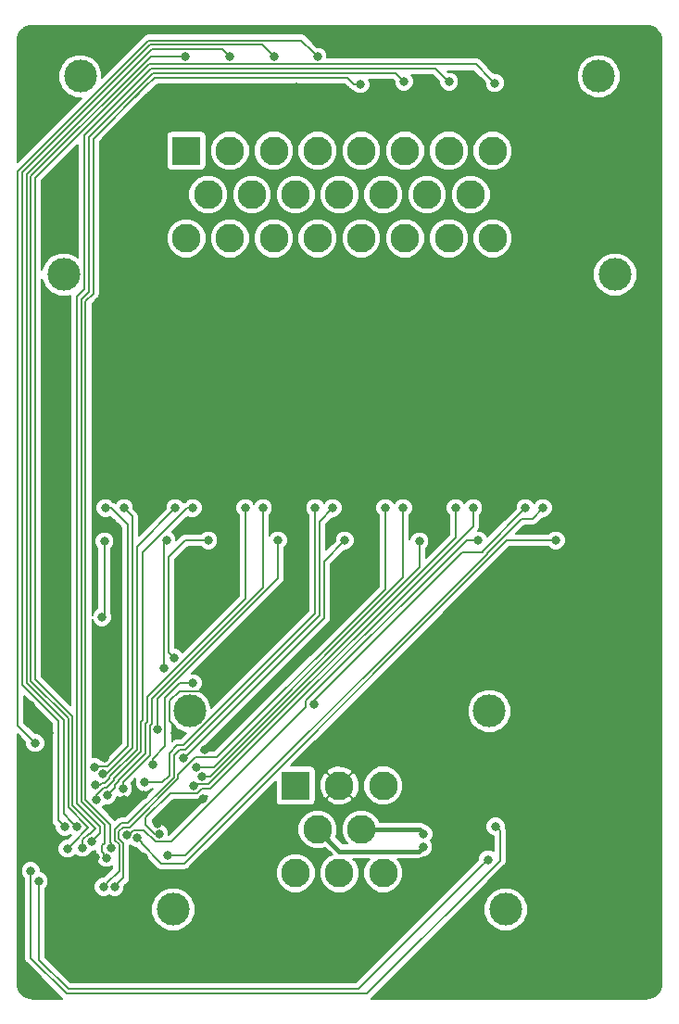
<source format=gbl>
G04 #@! TF.GenerationSoftware,KiCad,Pcbnew,(5.0.0-rc2-dev-130-g0bdae22af-dirty)*
G04 #@! TF.CreationDate,2018-07-07T09:45:52+03:00*
G04 #@! TF.ProjectId,icu,6963752E6B696361645F706362000000,rev?*
G04 #@! TF.SameCoordinates,Original*
G04 #@! TF.FileFunction,Copper,L2,Bot,Signal*
G04 #@! TF.FilePolarity,Positive*
%FSLAX46Y46*%
G04 Gerber Fmt 4.6, Leading zero omitted, Abs format (unit mm)*
G04 Created by KiCad (PCBNEW (5.0.0-rc2-dev-130-g0bdae22af-dirty)) date Sat Jul  7 09:45:52 2018*
%MOMM*%
%LPD*%
G01*
G04 APERTURE LIST*
%ADD10R,2.623820X2.623820*%
%ADD11C,2.623820*%
%ADD12C,2.999740*%
%ADD13C,0.800000*%
%ADD14C,0.200000*%
%ADD15C,0.400000*%
G04 APERTURE END LIST*
D10*
X154000260Y-60999580D03*
D11*
X157998220Y-60999580D03*
X161998720Y-60999580D03*
X165999220Y-60999580D03*
X169997180Y-60999580D03*
X173997680Y-60999580D03*
X177998180Y-60999580D03*
X181996140Y-60999580D03*
X155999240Y-64997540D03*
X159999740Y-64997540D03*
X164000240Y-64997540D03*
X167998200Y-64997540D03*
X171996160Y-64997540D03*
X175996660Y-64997540D03*
X179997160Y-64997540D03*
X154000260Y-68995500D03*
X157998220Y-68995500D03*
X161998720Y-68995500D03*
X165999220Y-68995500D03*
X169997180Y-68995500D03*
X173997680Y-68995500D03*
X177998180Y-68995500D03*
X181996140Y-68995500D03*
D12*
X144300000Y-54200000D03*
X191696400Y-54200000D03*
X142798860Y-72297500D03*
X193197540Y-72297500D03*
D10*
X164000260Y-118999580D03*
D11*
X167998220Y-118999580D03*
X171996180Y-118999580D03*
X165999240Y-122997540D03*
X169997200Y-122997540D03*
X164000260Y-126995500D03*
X167998220Y-126995500D03*
X171996180Y-126995500D03*
D12*
X154300000Y-112200000D03*
X181696440Y-112200000D03*
X183197580Y-130297500D03*
X152798860Y-130297500D03*
D13*
X169050000Y-115500000D03*
X166500000Y-116200000D03*
X171450000Y-110550000D03*
X196850000Y-112150000D03*
X197000000Y-100850000D03*
X184200000Y-110500000D03*
X188750000Y-117300000D03*
X180150000Y-117450000D03*
X177200000Y-120700000D03*
X193250000Y-124450000D03*
X197050000Y-123600000D03*
X196750000Y-137350000D03*
X193100000Y-132100000D03*
X185500000Y-127050000D03*
X178950000Y-132150000D03*
X186550000Y-138000000D03*
X177400000Y-135600000D03*
X178300000Y-127250000D03*
X174300000Y-131500000D03*
X141150000Y-125750000D03*
X142950000Y-128500000D03*
X158100000Y-129850000D03*
X138900000Y-136900000D03*
X143700000Y-135950000D03*
X148800000Y-135850000D03*
X161150000Y-136000000D03*
X171950000Y-138150000D03*
X166800000Y-136350000D03*
X163400000Y-94638200D03*
X156250000Y-110700000D03*
X153000000Y-114200000D03*
X148301987Y-120299010D03*
X145689302Y-125539302D03*
X150100000Y-119850000D03*
X151338474Y-122448310D03*
X147700000Y-130350000D03*
X144350000Y-131000000D03*
X141700000Y-103100000D03*
X141099999Y-64400001D03*
X143599996Y-61900000D03*
X164100000Y-55200000D03*
X151399998Y-55400000D03*
X147500000Y-103100000D03*
X141500000Y-114200000D03*
X142900000Y-110400000D03*
X185000000Y-50400000D03*
X148300000Y-51300000D03*
X139900000Y-50500000D03*
X139100000Y-59800000D03*
X146800000Y-60100000D03*
X146500000Y-64300000D03*
X142500000Y-68500000D03*
X150600000Y-69800000D03*
X146200000Y-75700000D03*
X141600000Y-75800000D03*
X141100000Y-85800000D03*
X151000000Y-57600000D03*
X156000000Y-58000000D03*
X163900000Y-58300000D03*
X182800000Y-65800000D03*
X196700000Y-50600000D03*
X196500000Y-66700000D03*
X196100000Y-70700000D03*
X195800000Y-85300000D03*
X155700000Y-115700000D03*
X146500000Y-116500000D03*
X155518606Y-120175919D03*
X150102752Y-125549604D03*
X147218388Y-94954985D03*
X147300000Y-108200000D03*
X139199865Y-119226615D03*
X139799012Y-111627318D03*
X138900843Y-115967799D03*
X183700000Y-57800000D03*
X171700000Y-58000000D03*
X175500000Y-57800000D03*
X179500000Y-57800000D03*
X190600000Y-79400000D03*
X145800000Y-79400000D03*
X152400000Y-79400000D03*
X158600000Y-79400000D03*
X165000000Y-79400000D03*
X171400000Y-79400000D03*
X177800000Y-79400000D03*
X184200000Y-79400000D03*
X147600000Y-113200000D03*
X155000000Y-127200000D03*
X169000000Y-130600000D03*
X182600000Y-94638200D03*
X176200000Y-94638200D03*
X169800000Y-94638200D03*
X157100000Y-94638200D03*
X189000000Y-94638200D03*
X146900000Y-91600000D03*
X153500000Y-91500000D03*
X159700000Y-91800000D03*
X166100000Y-91700000D03*
X172500000Y-91600000D03*
X178900000Y-91600000D03*
X185400000Y-91600000D03*
X146300000Y-103600000D03*
X146500000Y-96700000D03*
X182260765Y-122709264D03*
X139800000Y-126800000D03*
X181599010Y-125750000D03*
X140500010Y-127721372D03*
X152000000Y-108300000D03*
X152200000Y-96600000D03*
X156000000Y-96600000D03*
X152900000Y-107300000D03*
X151357575Y-113853875D03*
X162400000Y-96600000D03*
X153700000Y-116500000D03*
X168500000Y-96600000D03*
X155400990Y-118184236D03*
X175300000Y-96700000D03*
X148544958Y-123525501D03*
X180700000Y-96600000D03*
X149505098Y-123801465D03*
X187800000Y-96600000D03*
X146335989Y-117933926D03*
X148300000Y-93658198D03*
X145567173Y-117296002D03*
X146600000Y-93658198D03*
X145782853Y-120293286D03*
X154600000Y-93658198D03*
X145723845Y-118908382D03*
X153000000Y-93658198D03*
X148200000Y-119300000D03*
X161000000Y-93658198D03*
X159376626Y-93634824D03*
X146753969Y-119901331D03*
X146449330Y-128257288D03*
X167400000Y-93658198D03*
X150200000Y-118700000D03*
X165800000Y-93658198D03*
X154954479Y-117290562D03*
X173800000Y-93658198D03*
X147448320Y-128250760D03*
X172200000Y-93658198D03*
X151513497Y-123431871D03*
X180200000Y-93658198D03*
X154702905Y-118977119D03*
X178600000Y-93658198D03*
X152296610Y-125400990D03*
X186600000Y-93658198D03*
X154594703Y-109650990D03*
X150950000Y-117100000D03*
X165650000Y-111600000D03*
X185000000Y-93658198D03*
X175650000Y-124600000D03*
X175700000Y-123400000D03*
X144539613Y-124665914D03*
X182200000Y-54800000D03*
X178000000Y-54700000D03*
X145362419Y-124099332D03*
X146710373Y-125590876D03*
X173900000Y-54700000D03*
X147105368Y-124673269D03*
X169900000Y-54900000D03*
X143141601Y-124763306D03*
X153900000Y-52403957D03*
X143996952Y-122774195D03*
X158000000Y-52400000D03*
X142866608Y-122744842D03*
X162000002Y-52400000D03*
X166000000Y-52400001D03*
X140200000Y-115100000D03*
D14*
X153400000Y-110350000D02*
X155900000Y-110350000D01*
X155900000Y-110350000D02*
X156250000Y-110700000D01*
X152500000Y-111250000D02*
X153400000Y-110350000D01*
X152500000Y-113134315D02*
X152500000Y-111250000D01*
X153000000Y-114200000D02*
X153000000Y-113634315D01*
X153000000Y-113634315D02*
X152500000Y-113134315D01*
X142900000Y-110400000D02*
X142900000Y-104300000D01*
X141700000Y-86400000D02*
X141700000Y-102534315D01*
X142099999Y-103499999D02*
X141700000Y-103100000D01*
X141100000Y-85800000D02*
X141700000Y-86400000D01*
X141700000Y-102534315D02*
X141700000Y-103100000D01*
X142900000Y-104300000D02*
X142099999Y-103499999D01*
X143599996Y-61900000D02*
X141099999Y-64399997D01*
X141099999Y-64399997D02*
X141099999Y-64400001D01*
X143599996Y-61900004D02*
X141099999Y-64400001D01*
X163900000Y-55400000D02*
X164100000Y-55200000D01*
X151399998Y-55400000D02*
X163900000Y-55400000D01*
X147500000Y-103100000D02*
X147500000Y-108000000D01*
X147500000Y-108000000D02*
X147300000Y-108200000D01*
X141500000Y-114200000D02*
X139799012Y-112499012D01*
X139799012Y-112499012D02*
X139799012Y-111627318D01*
X141600000Y-75800000D02*
X141100000Y-76300000D01*
X147500000Y-50500000D02*
X139900000Y-50500000D01*
X148300000Y-51300000D02*
X147500000Y-50500000D01*
X139900000Y-59000000D02*
X139100000Y-59800000D01*
X139900000Y-50500000D02*
X139900000Y-59000000D01*
X146800000Y-64000000D02*
X146500000Y-64300000D01*
X146800000Y-60100000D02*
X146800000Y-64000000D01*
X146200000Y-74200000D02*
X146200000Y-75700000D01*
X150600000Y-69800000D02*
X146200000Y-74200000D01*
X141100000Y-76300000D02*
X141100000Y-85800000D01*
X156000000Y-58000000D02*
X155600000Y-57600000D01*
X155600000Y-57600000D02*
X151000000Y-57600000D01*
X163900000Y-58300000D02*
X156300000Y-58300000D01*
X156300000Y-58300000D02*
X156000000Y-58000000D01*
X171700000Y-58000000D02*
X164200000Y-58000000D01*
X164200000Y-58000000D02*
X163900000Y-58300000D01*
X185000000Y-63100000D02*
X182800000Y-65300000D01*
X182800000Y-65300000D02*
X182800000Y-65800000D01*
X185000000Y-61800000D02*
X185000000Y-63100000D01*
X183700000Y-60500000D02*
X185000000Y-61800000D01*
X183700000Y-57800000D02*
X183700000Y-60500000D01*
X185000000Y-50400000D02*
X183700000Y-51700000D01*
X183700000Y-51700000D02*
X183700000Y-57800000D01*
X196700000Y-50600000D02*
X185200000Y-50600000D01*
X185200000Y-50600000D02*
X185000000Y-50400000D01*
X196500000Y-66700000D02*
X196500000Y-50800000D01*
X196500000Y-50800000D02*
X196700000Y-50600000D01*
X195000000Y-69600000D02*
X195000000Y-68200000D01*
X195000000Y-68200000D02*
X196500000Y-66700000D01*
X196100000Y-70700000D02*
X195000000Y-69600000D01*
X195800000Y-85300000D02*
X195800000Y-71000000D01*
X195800000Y-71000000D02*
X196100000Y-70700000D01*
X189000000Y-94638200D02*
X189000000Y-92100000D01*
X189000000Y-92100000D02*
X195800000Y-85300000D01*
X146500000Y-96700000D02*
X146500000Y-103400000D01*
X146500000Y-103400000D02*
X146300000Y-103600000D01*
X139800000Y-126800000D02*
X139800000Y-134765700D01*
X143034311Y-138000011D02*
X170534513Y-138000011D01*
X139800000Y-134765700D02*
X143034311Y-138000011D01*
X182660764Y-125873760D02*
X182660764Y-123109263D01*
X170534513Y-138000011D02*
X182660764Y-125873760D01*
X182660764Y-123109263D02*
X182260765Y-122709264D01*
X140500010Y-134900010D02*
X143200000Y-137600000D01*
X140500010Y-127721372D02*
X140500010Y-134900010D01*
X143200000Y-137600000D02*
X169749010Y-137600000D01*
X169749010Y-137600000D02*
X181199011Y-126149999D01*
X181199011Y-126149999D02*
X181599010Y-125750000D01*
X152200000Y-96600000D02*
X152000000Y-96800000D01*
X152000000Y-96800000D02*
X152000000Y-108300000D01*
X152900000Y-107300000D02*
X152400000Y-106800000D01*
X153900000Y-96600000D02*
X156000000Y-96600000D01*
X152400000Y-106800000D02*
X152400000Y-98100000D01*
X152400000Y-98100000D02*
X153900000Y-96600000D01*
X151357575Y-111078139D02*
X151357575Y-113288190D01*
X162400000Y-100035714D02*
X151357575Y-111078139D01*
X162400000Y-96600000D02*
X162400000Y-100035714D01*
X151357575Y-113288190D02*
X151357575Y-113853875D01*
X166600000Y-98500000D02*
X166600000Y-103700000D01*
X168500000Y-96600000D02*
X166600000Y-98500000D01*
X155199999Y-115100001D02*
X153900000Y-116400000D01*
X153900000Y-116400000D02*
X153900000Y-116500000D01*
X153900000Y-116500000D02*
X153700000Y-116500000D01*
X166600000Y-103700000D02*
X155199999Y-115100001D01*
X166600000Y-103600000D02*
X166600000Y-103700000D01*
X175300000Y-96700000D02*
X175300000Y-99072618D01*
X175300000Y-99072618D02*
X156188382Y-118184236D01*
X155966675Y-118184236D02*
X155400990Y-118184236D01*
X156188382Y-118184236D02*
X155966675Y-118184236D01*
X164950998Y-111784716D02*
X152594775Y-124140939D01*
X179615476Y-96600000D02*
X164950998Y-111264478D01*
X164950998Y-111264478D02*
X164950998Y-111784716D01*
X151175463Y-124140939D02*
X150085520Y-123050996D01*
X148717344Y-123525501D02*
X148544958Y-123525501D01*
X180700000Y-96600000D02*
X179615476Y-96600000D01*
X150085520Y-123050996D02*
X149191849Y-123050996D01*
X149191849Y-123050996D02*
X148717344Y-123525501D01*
X152594775Y-124140939D02*
X151175463Y-124140939D01*
X151700085Y-126100000D02*
X149905097Y-124305012D01*
X149905097Y-124201464D02*
X149505098Y-123801465D01*
X149905097Y-124305012D02*
X149905097Y-124201464D01*
X183292858Y-96600000D02*
X153792858Y-126100000D01*
X187800000Y-96600000D02*
X183292858Y-96600000D01*
X153792858Y-126100000D02*
X151700085Y-126100000D01*
X148300000Y-93658198D02*
X149062523Y-94420721D01*
X146688694Y-117933926D02*
X146335989Y-117933926D01*
X149062534Y-115560086D02*
X146688694Y-117933926D01*
X149062523Y-94420721D02*
X149062534Y-115560086D01*
X146809606Y-117217174D02*
X145646001Y-117217174D01*
X148663515Y-95156028D02*
X148663524Y-115341965D01*
X145646001Y-117217174D02*
X145567173Y-117296002D01*
X148663524Y-115341965D02*
X146809606Y-117217174D01*
X147165685Y-93658198D02*
X148663515Y-95156028D01*
X146600000Y-93658198D02*
X147165685Y-93658198D01*
X150041807Y-113006547D02*
X149860552Y-113187804D01*
X154600000Y-93658198D02*
X154034315Y-93658198D01*
X149860555Y-115896587D02*
X147401978Y-118355164D01*
X149860552Y-113187804D02*
X149860555Y-115896587D01*
X147401978Y-118469450D02*
X146669098Y-119202330D01*
X146669098Y-119202330D02*
X146460570Y-119202330D01*
X145782853Y-119880047D02*
X145782853Y-120293286D01*
X147401978Y-118355164D02*
X147401978Y-118469450D01*
X150041808Y-97650705D02*
X150041807Y-113006547D01*
X154034315Y-93658198D02*
X150041808Y-97650705D01*
X146460570Y-119202330D02*
X145782853Y-119880047D01*
X145800000Y-120000000D02*
X145800000Y-120276139D01*
X145800000Y-120276139D02*
X145782853Y-120293286D01*
X149461544Y-115731312D02*
X147002967Y-118189889D01*
X147002967Y-118304175D02*
X146503823Y-118803319D01*
X146503823Y-118803319D02*
X146253172Y-118803320D01*
X146253172Y-118803320D02*
X146148110Y-118908382D01*
X147002967Y-118189889D02*
X147002967Y-118304175D01*
X149461544Y-97196654D02*
X149461544Y-115731312D01*
X153000000Y-93658198D02*
X149461544Y-97196654D01*
X146148110Y-118908382D02*
X145723845Y-118908382D01*
X161000000Y-100871428D02*
X150839829Y-111031599D01*
X150658573Y-113518353D02*
X150658573Y-116227141D01*
X148200000Y-118685714D02*
X148200000Y-118734315D01*
X150839829Y-113337097D02*
X150658573Y-113518353D01*
X150839829Y-111031599D02*
X150839829Y-113337097D01*
X150658573Y-116227141D02*
X148200000Y-118685714D01*
X148200000Y-118734315D02*
X148200000Y-119300000D01*
X161000000Y-93658198D02*
X161000000Y-100871428D01*
X150440818Y-113171822D02*
X150259562Y-113353078D01*
X147500998Y-119154302D02*
X147153968Y-119501332D01*
X147800989Y-118520439D02*
X147800989Y-118634725D01*
X147500998Y-118934716D02*
X147500998Y-119154302D01*
X150440818Y-110866324D02*
X150440818Y-113171822D01*
X147153968Y-119501332D02*
X146753969Y-119901331D01*
X159376626Y-93634824D02*
X159376626Y-101930516D01*
X150259562Y-113353078D02*
X150259562Y-116061866D01*
X150259562Y-116061866D02*
X147800989Y-118520439D01*
X159376626Y-101930516D02*
X150440818Y-110866324D01*
X147800989Y-118634725D02*
X147500998Y-118934716D01*
X166200989Y-94857209D02*
X166200989Y-103434725D01*
X166200989Y-103434725D02*
X153936703Y-115699011D01*
X147441429Y-123024701D02*
X147441429Y-123974808D01*
X148038644Y-122427486D02*
X147441429Y-123024701D01*
X147858099Y-126771102D02*
X146711720Y-127917481D01*
X147858099Y-124391478D02*
X147858099Y-126771102D01*
X146476063Y-128257288D02*
X146449330Y-128257288D01*
X147441429Y-123974808D02*
X147858099Y-124391478D01*
X146711720Y-128021631D02*
X146476063Y-128257288D01*
X153936703Y-115699011D02*
X153366467Y-115699011D01*
X152849075Y-116216403D02*
X152849010Y-118215276D01*
X148636801Y-122427485D02*
X148038644Y-122427486D01*
X152849010Y-118215276D02*
X148636801Y-122427485D01*
X153366467Y-115699011D02*
X152849075Y-116216403D01*
X146711720Y-127917481D02*
X146711720Y-128021631D01*
X167400000Y-93658198D02*
X166200989Y-94857209D01*
X152450000Y-116034315D02*
X152450000Y-118050000D01*
X151800000Y-118700000D02*
X150200000Y-118700000D01*
X153771428Y-115300000D02*
X153184315Y-115300000D01*
X153184315Y-115300000D02*
X152450000Y-116034315D01*
X152450000Y-118050000D02*
X151800000Y-118700000D01*
X165800000Y-93658198D02*
X165800000Y-103271428D01*
X165800000Y-103271428D02*
X153771428Y-115300000D01*
X173800000Y-93658198D02*
X173800000Y-100008332D01*
X156517770Y-117290562D02*
X155520164Y-117290562D01*
X173800000Y-100008332D02*
X156517770Y-117290562D01*
X155520164Y-117290562D02*
X154954479Y-117290562D01*
X153248020Y-118380552D02*
X148802076Y-122826496D01*
X148802076Y-122826496D02*
X148203920Y-122826496D01*
X148203920Y-122826496D02*
X147840440Y-123189976D01*
X172200000Y-101044046D02*
X156811292Y-116432754D01*
X147840440Y-123189976D02*
X147840440Y-123809533D01*
X172200000Y-93658198D02*
X172200000Y-101044046D01*
X153248020Y-117998812D02*
X153248020Y-118380552D01*
X147848319Y-127850761D02*
X147448320Y-128250760D01*
X154814078Y-116432754D02*
X153248020Y-117998812D01*
X156811292Y-116432754D02*
X154814078Y-116432754D01*
X147840440Y-123809533D02*
X148257110Y-124226203D01*
X148257110Y-127441970D02*
X147848319Y-127850761D01*
X148257110Y-124226203D02*
X148257110Y-127441970D01*
X155029908Y-119676129D02*
X152516729Y-119676129D01*
X150300000Y-121892858D02*
X150300000Y-122601190D01*
X180200000Y-95301190D02*
X156188541Y-119312649D01*
X180200000Y-93658198D02*
X180200000Y-95301190D01*
X155393388Y-119312649D02*
X155029908Y-119676129D01*
X151130681Y-123431871D02*
X151513497Y-123431871D01*
X152516729Y-119676129D02*
X150300000Y-121892858D01*
X156188541Y-119312649D02*
X155393388Y-119312649D01*
X150300000Y-122601190D02*
X151130681Y-123431871D01*
X154795596Y-118884428D02*
X154702905Y-118977119D01*
X178600000Y-96336904D02*
X156052476Y-118884428D01*
X178600000Y-93658198D02*
X178600000Y-96336904D01*
X156052476Y-118884428D02*
X154795596Y-118884428D01*
X181498020Y-97775512D02*
X181498020Y-97830552D01*
X152862295Y-125400990D02*
X152296610Y-125400990D01*
X184673532Y-94600000D02*
X181498020Y-97775512D01*
X153927582Y-125400990D02*
X152862295Y-125400990D01*
X181498020Y-97830552D02*
X153927582Y-125400990D01*
X186600000Y-93658198D02*
X185658198Y-94600000D01*
X185658198Y-94600000D02*
X184673532Y-94600000D01*
X150950000Y-117100000D02*
X150950000Y-116534315D01*
X152082130Y-115402185D02*
X152082130Y-110967870D01*
X152082130Y-110967870D02*
X153399010Y-109650990D01*
X153399010Y-109650990D02*
X154029018Y-109650990D01*
X154029018Y-109650990D02*
X154594703Y-109650990D01*
X150950000Y-116534315D02*
X152082130Y-115402185D01*
X179234724Y-97665276D02*
X165650000Y-111250000D01*
X165650000Y-111250000D02*
X165650000Y-111600000D01*
X181099010Y-97665276D02*
X179234724Y-97665276D01*
X181099011Y-97559187D02*
X181099010Y-97665276D01*
X185000000Y-93658198D02*
X181099011Y-97559187D01*
D15*
X168001700Y-125000000D02*
X175250001Y-124999999D01*
X175250001Y-124999999D02*
X175650000Y-124600000D01*
X165999240Y-122997540D02*
X168001700Y-125000000D01*
X169997200Y-122997540D02*
X175297540Y-122997540D01*
X175297540Y-122997540D02*
X175700000Y-123400000D01*
D14*
X144539613Y-124665914D02*
X144539613Y-123931945D01*
X144539613Y-123931945D02*
X145069841Y-123401717D01*
X181800001Y-54400001D02*
X182200000Y-54800000D01*
X140200002Y-109300927D02*
X140200002Y-63507140D01*
X140200002Y-63507140D02*
X150604174Y-53102968D01*
X145690810Y-122894958D02*
X143602969Y-120807117D01*
X150604174Y-53102968D02*
X180502968Y-53102968D01*
X180502968Y-53102968D02*
X181800001Y-54400001D01*
X143602968Y-112703895D02*
X140200002Y-109300927D01*
X143602969Y-120807117D02*
X143602968Y-112703895D01*
X145213844Y-123401717D02*
X145690810Y-122924751D01*
X145690810Y-122924751D02*
X145690810Y-122894958D01*
X145069841Y-123401717D02*
X145213844Y-123401717D01*
X145362419Y-124099332D02*
X146100989Y-123360762D01*
X150769450Y-53501979D02*
X176801979Y-53501979D01*
X144001979Y-120641841D02*
X144001979Y-74298021D01*
X176801979Y-53501979D02*
X177600001Y-54300001D01*
X144001979Y-74298021D02*
X144700000Y-73600000D01*
X146100989Y-122740851D02*
X144001979Y-120641841D01*
X177600001Y-54300001D02*
X178000000Y-54700000D01*
X144700000Y-59571428D02*
X150769450Y-53501979D01*
X146100989Y-123360762D02*
X146100989Y-122740851D01*
X144700000Y-73600000D02*
X144700000Y-59571428D01*
X173900000Y-54700000D02*
X173100989Y-53900989D01*
X146297673Y-125063150D02*
X146413301Y-125178778D01*
X146297673Y-124471647D02*
X146297673Y-125063150D01*
X144400990Y-74563296D02*
X144400990Y-120476564D01*
X146502978Y-122578552D02*
X146502978Y-124266342D01*
X173100989Y-53900989D02*
X150934725Y-53900989D01*
X146413301Y-125178778D02*
X146413301Y-125293804D01*
X150934725Y-53900989D02*
X145099012Y-59736702D01*
X145099011Y-73865275D02*
X144400990Y-74563296D01*
X146413301Y-125293804D02*
X146710373Y-125590876D01*
X146502978Y-124266342D02*
X146297673Y-124471647D01*
X144400990Y-120476564D02*
X146502978Y-122578552D01*
X145099012Y-59736702D02*
X145099011Y-73865275D01*
X150300000Y-55100000D02*
X145498022Y-59901978D01*
X145498022Y-59901978D02*
X145498022Y-74030550D01*
X147042419Y-122553707D02*
X147042420Y-124191572D01*
X144800001Y-74728571D02*
X144800001Y-120311289D01*
X144800001Y-120311289D02*
X147042419Y-122553707D01*
X145498022Y-74030550D02*
X144800001Y-74728571D01*
X147153017Y-124302169D02*
X147153017Y-124625620D01*
X147042420Y-124191572D02*
X147153017Y-124302169D01*
X147153017Y-124625620D02*
X147105368Y-124673269D01*
X151100001Y-54299999D02*
X150300000Y-55100000D01*
X150300000Y-55100000D02*
X149300000Y-56100000D01*
X168734314Y-54299999D02*
X151100001Y-54299999D01*
X169334315Y-54900000D02*
X168734314Y-54299999D01*
X169900000Y-54900000D02*
X169334315Y-54900000D01*
X143541600Y-124363307D02*
X143141601Y-124763306D01*
X145051415Y-122853492D02*
X143541600Y-124363307D01*
X143203959Y-120972393D02*
X145051415Y-122819849D01*
X143203958Y-112869171D02*
X143203959Y-120972393D01*
X139800991Y-63341865D02*
X139800991Y-109466202D01*
X150738899Y-52403957D02*
X139800991Y-63341865D01*
X153900000Y-52403957D02*
X150738899Y-52403957D01*
X145051415Y-122819849D02*
X145051415Y-122853492D01*
X139800991Y-109466202D02*
X143203958Y-112869171D01*
X158000000Y-52400000D02*
X157304956Y-51704956D01*
X143596953Y-122374196D02*
X143996952Y-122774195D01*
X139401980Y-109631477D02*
X142804947Y-113034446D01*
X142804947Y-121582190D02*
X143596953Y-122374196D01*
X139401980Y-63176590D02*
X139401980Y-109631477D01*
X150873614Y-51704956D02*
X139401980Y-63176590D01*
X142804947Y-113034446D02*
X142804947Y-121582190D01*
X157304956Y-51704956D02*
X150873614Y-51704956D01*
X160905947Y-51305945D02*
X150708339Y-51305945D01*
X139002969Y-109796752D02*
X142298693Y-113092476D01*
X150708339Y-51305945D02*
X139002970Y-63011314D01*
X162000002Y-52400000D02*
X160905947Y-51305945D01*
X142466609Y-122344843D02*
X142866608Y-122744842D01*
X142298693Y-122176927D02*
X142466609Y-122344843D01*
X142298693Y-113092476D02*
X142298693Y-122176927D01*
X139002970Y-63011314D02*
X139002969Y-109796752D01*
X150543064Y-50906934D02*
X164506933Y-50906934D01*
X138603958Y-113503958D02*
X138603958Y-62846040D01*
X140200000Y-115100000D02*
X138603958Y-113503958D01*
X138603958Y-62846040D02*
X150543064Y-50906934D01*
X164506933Y-50906934D02*
X165600001Y-52000002D01*
X165600001Y-52000002D02*
X166000000Y-52400001D01*
G36*
X196320478Y-49589396D02*
X196625034Y-49695454D01*
X196898522Y-49866348D01*
X197127352Y-50093585D01*
X197300152Y-50365876D01*
X197408332Y-50669681D01*
X197450001Y-51019131D01*
X197450000Y-136969253D01*
X197410604Y-137320479D01*
X197304547Y-137625033D01*
X197133652Y-137898522D01*
X196906415Y-138127352D01*
X196634124Y-138300152D01*
X196330323Y-138408331D01*
X195980877Y-138450000D01*
X170941026Y-138450000D01*
X170967088Y-138432586D01*
X171000562Y-138382489D01*
X179483350Y-129899701D01*
X181197710Y-129899701D01*
X181197710Y-130695299D01*
X181502172Y-131430335D01*
X182064745Y-131992908D01*
X182799781Y-132297370D01*
X183595379Y-132297370D01*
X184330415Y-131992908D01*
X184892988Y-131430335D01*
X185197450Y-130695299D01*
X185197450Y-129899701D01*
X184892988Y-129164665D01*
X184330415Y-128602092D01*
X183595379Y-128297630D01*
X182799781Y-128297630D01*
X182064745Y-128602092D01*
X181502172Y-129164665D01*
X181197710Y-129899701D01*
X179483350Y-129899701D01*
X183043246Y-126339806D01*
X183093339Y-126306335D01*
X183162634Y-126202629D01*
X183225951Y-126107868D01*
X183227516Y-126099999D01*
X183260764Y-125932851D01*
X183260764Y-125932848D01*
X183272517Y-125873760D01*
X183260764Y-125814672D01*
X183260764Y-123168349D01*
X183272517Y-123109262D01*
X183260764Y-123050176D01*
X183260764Y-123050172D01*
X183225951Y-122875155D01*
X183160765Y-122777598D01*
X183160765Y-122530243D01*
X183023748Y-122199455D01*
X182770574Y-121946281D01*
X182439786Y-121809264D01*
X182081744Y-121809264D01*
X181750956Y-121946281D01*
X181497782Y-122199455D01*
X181360765Y-122530243D01*
X181360765Y-122888285D01*
X181497782Y-123219073D01*
X181750956Y-123472247D01*
X182060765Y-123600574D01*
X182060764Y-124967112D01*
X181778031Y-124850000D01*
X181419989Y-124850000D01*
X181089201Y-124987017D01*
X180836027Y-125240191D01*
X180699010Y-125570979D01*
X180699010Y-125801472D01*
X169500483Y-137000000D01*
X143448528Y-137000000D01*
X141100010Y-134651483D01*
X141100010Y-129899701D01*
X150798990Y-129899701D01*
X150798990Y-130695299D01*
X151103452Y-131430335D01*
X151666025Y-131992908D01*
X152401061Y-132297370D01*
X153196659Y-132297370D01*
X153931695Y-131992908D01*
X154494268Y-131430335D01*
X154798730Y-130695299D01*
X154798730Y-129899701D01*
X154494268Y-129164665D01*
X153931695Y-128602092D01*
X153196659Y-128297630D01*
X152401061Y-128297630D01*
X151666025Y-128602092D01*
X151103452Y-129164665D01*
X150798990Y-129899701D01*
X141100010Y-129899701D01*
X141100010Y-128394164D01*
X141262993Y-128231181D01*
X141400010Y-127900393D01*
X141400010Y-127542351D01*
X141262993Y-127211563D01*
X141009819Y-126958389D01*
X140700000Y-126830058D01*
X140700000Y-126620979D01*
X140562983Y-126290191D01*
X140309809Y-126037017D01*
X139979021Y-125900000D01*
X139620979Y-125900000D01*
X139290191Y-126037017D01*
X139037017Y-126290191D01*
X138900000Y-126620979D01*
X138900000Y-126979021D01*
X139037017Y-127309809D01*
X139200000Y-127472792D01*
X139200001Y-134706609D01*
X139188247Y-134765700D01*
X139200001Y-134824791D01*
X139234814Y-134999808D01*
X139367426Y-135198275D01*
X139417520Y-135231747D01*
X142568264Y-138382492D01*
X142601736Y-138432586D01*
X142627798Y-138450000D01*
X140030747Y-138450000D01*
X139679521Y-138410604D01*
X139374967Y-138304547D01*
X139101478Y-138133652D01*
X138872648Y-137906415D01*
X138699848Y-137634124D01*
X138591669Y-137330323D01*
X138550000Y-136980877D01*
X138550000Y-114298527D01*
X139300000Y-115048528D01*
X139300000Y-115279021D01*
X139437017Y-115609809D01*
X139690191Y-115862983D01*
X140020979Y-116000000D01*
X140379021Y-116000000D01*
X140709809Y-115862983D01*
X140962983Y-115609809D01*
X141100000Y-115279021D01*
X141100000Y-114920979D01*
X140962983Y-114590191D01*
X140709809Y-114337017D01*
X140379021Y-114200000D01*
X140148528Y-114200000D01*
X139203958Y-113255431D01*
X139203958Y-110846268D01*
X141698693Y-113341005D01*
X141698694Y-122117836D01*
X141686940Y-122176927D01*
X141733507Y-122411035D01*
X141828838Y-122553707D01*
X141866119Y-122609502D01*
X141916213Y-122642974D01*
X141966608Y-122693369D01*
X141966608Y-122923863D01*
X142103625Y-123254651D01*
X142356799Y-123507825D01*
X142687587Y-123644842D01*
X143045629Y-123644842D01*
X143376417Y-123507825D01*
X143417104Y-123467139D01*
X143487143Y-123537178D01*
X143509812Y-123546568D01*
X143193074Y-123863306D01*
X142962580Y-123863306D01*
X142631792Y-124000323D01*
X142378618Y-124253497D01*
X142241601Y-124584285D01*
X142241601Y-124942327D01*
X142378618Y-125273115D01*
X142631792Y-125526289D01*
X142962580Y-125663306D01*
X143320622Y-125663306D01*
X143651410Y-125526289D01*
X143889303Y-125288396D01*
X144029804Y-125428897D01*
X144360592Y-125565914D01*
X144718634Y-125565914D01*
X145049422Y-125428897D01*
X145302596Y-125175723D01*
X145375660Y-124999332D01*
X145541440Y-124999332D01*
X145697673Y-124934618D01*
X145697673Y-125004064D01*
X145685920Y-125063150D01*
X145697673Y-125122236D01*
X145697673Y-125122241D01*
X145732486Y-125297258D01*
X145810373Y-125413823D01*
X145810373Y-125769897D01*
X145947390Y-126100685D01*
X146200564Y-126353859D01*
X146531352Y-126490876D01*
X146889394Y-126490876D01*
X147220182Y-126353859D01*
X147258100Y-126315941D01*
X147258100Y-126522573D01*
X146423386Y-127357288D01*
X146270309Y-127357288D01*
X145939521Y-127494305D01*
X145686347Y-127747479D01*
X145549330Y-128078267D01*
X145549330Y-128436309D01*
X145686347Y-128767097D01*
X145939521Y-129020271D01*
X146270309Y-129157288D01*
X146628351Y-129157288D01*
X146956705Y-129021279D01*
X147269299Y-129150760D01*
X147627341Y-129150760D01*
X147958129Y-129013743D01*
X148211303Y-128760569D01*
X148348320Y-128429781D01*
X148348320Y-128199287D01*
X148639591Y-127908017D01*
X148689685Y-127874545D01*
X148747831Y-127787524D01*
X148822297Y-127676079D01*
X148844793Y-127562983D01*
X148857110Y-127501061D01*
X148857110Y-127501058D01*
X148868863Y-127441970D01*
X148857110Y-127382882D01*
X148857110Y-124426269D01*
X148995289Y-124564448D01*
X149326077Y-124701465D01*
X149448386Y-124701465D01*
X149472522Y-124737587D01*
X149522619Y-124771061D01*
X151234038Y-126482481D01*
X151267510Y-126532575D01*
X151465977Y-126665187D01*
X151640994Y-126700000D01*
X151640998Y-126700000D01*
X151700084Y-126711753D01*
X151759170Y-126700000D01*
X153733772Y-126700000D01*
X153792858Y-126711753D01*
X153851944Y-126700000D01*
X153851949Y-126700000D01*
X154026966Y-126665187D01*
X154072010Y-126635089D01*
X162188350Y-126635089D01*
X162188350Y-127355911D01*
X162464197Y-128021864D01*
X162973896Y-128531563D01*
X163639849Y-128807410D01*
X164360671Y-128807410D01*
X165026624Y-128531563D01*
X165536323Y-128021864D01*
X165812170Y-127355911D01*
X165812170Y-126635089D01*
X165536323Y-125969136D01*
X165026624Y-125459437D01*
X164360671Y-125183590D01*
X163639849Y-125183590D01*
X162973896Y-125459437D01*
X162464197Y-125969136D01*
X162188350Y-126635089D01*
X154072010Y-126635089D01*
X154225433Y-126532575D01*
X154258907Y-126482478D01*
X158104256Y-122637129D01*
X164187330Y-122637129D01*
X164187330Y-123357951D01*
X164463177Y-124023904D01*
X164972876Y-124533603D01*
X165638829Y-124809450D01*
X166359651Y-124809450D01*
X166686016Y-124674265D01*
X167324937Y-125313186D01*
X166971856Y-125459437D01*
X166462157Y-125969136D01*
X166186310Y-126635089D01*
X166186310Y-127355911D01*
X166462157Y-128021864D01*
X166971856Y-128531563D01*
X167637809Y-128807410D01*
X168358631Y-128807410D01*
X169024584Y-128531563D01*
X169534283Y-128021864D01*
X169810130Y-127355911D01*
X169810130Y-126635089D01*
X169534283Y-125969136D01*
X169265147Y-125700000D01*
X170729254Y-125699999D01*
X170460117Y-125969136D01*
X170184270Y-126635089D01*
X170184270Y-127355911D01*
X170460117Y-128021864D01*
X170969816Y-128531563D01*
X171635769Y-128807410D01*
X172356591Y-128807410D01*
X173022544Y-128531563D01*
X173532243Y-128021864D01*
X173808090Y-127355911D01*
X173808090Y-126635089D01*
X173532243Y-125969136D01*
X173263106Y-125699999D01*
X175181061Y-125699998D01*
X175250001Y-125713711D01*
X175523127Y-125659383D01*
X175696227Y-125543721D01*
X175754672Y-125504669D01*
X175757792Y-125500000D01*
X175829021Y-125500000D01*
X176159809Y-125362983D01*
X176412983Y-125109809D01*
X176550000Y-124779021D01*
X176550000Y-124420979D01*
X176412983Y-124090191D01*
X176347792Y-124025000D01*
X176462983Y-123909809D01*
X176600000Y-123579021D01*
X176600000Y-123220979D01*
X176462983Y-122890191D01*
X176209809Y-122637017D01*
X175879021Y-122500000D01*
X175806976Y-122500000D01*
X175802211Y-122492869D01*
X175570666Y-122338155D01*
X175366480Y-122297540D01*
X175366475Y-122297540D01*
X175297540Y-122283828D01*
X175228605Y-122297540D01*
X171668448Y-122297540D01*
X171533263Y-121971176D01*
X171023564Y-121461477D01*
X170357611Y-121185630D01*
X169636789Y-121185630D01*
X168970836Y-121461477D01*
X168461137Y-121971176D01*
X168185290Y-122637129D01*
X168185290Y-123357951D01*
X168461137Y-124023904D01*
X168737234Y-124300001D01*
X168291650Y-124300001D01*
X167675965Y-123684316D01*
X167811150Y-123357951D01*
X167811150Y-122637129D01*
X167535303Y-121971176D01*
X167025604Y-121461477D01*
X166359651Y-121185630D01*
X165638829Y-121185630D01*
X164972876Y-121461477D01*
X164463177Y-121971176D01*
X164187330Y-122637129D01*
X158104256Y-122637129D01*
X162178555Y-118562830D01*
X162178555Y-120311490D01*
X162217361Y-120506580D01*
X162327870Y-120671970D01*
X162493260Y-120782479D01*
X162688350Y-120821285D01*
X165312170Y-120821285D01*
X165507260Y-120782479D01*
X165672650Y-120671970D01*
X165783159Y-120506580D01*
X165821965Y-120311490D01*
X165821965Y-120221036D01*
X166783835Y-120221036D01*
X166916390Y-120497096D01*
X167571815Y-120797103D01*
X168292156Y-120823453D01*
X168967747Y-120572135D01*
X169080050Y-120497096D01*
X169212605Y-120221036D01*
X167998220Y-119006651D01*
X166783835Y-120221036D01*
X165821965Y-120221036D01*
X165821965Y-119293516D01*
X166174347Y-119293516D01*
X166425665Y-119969107D01*
X166500704Y-120081410D01*
X166776764Y-120213965D01*
X167991149Y-118999580D01*
X168005291Y-118999580D01*
X169219676Y-120213965D01*
X169495736Y-120081410D01*
X169795743Y-119425985D01*
X169822093Y-118705644D01*
X169797365Y-118639169D01*
X170184270Y-118639169D01*
X170184270Y-119359991D01*
X170460117Y-120025944D01*
X170969816Y-120535643D01*
X171635769Y-120811490D01*
X172356591Y-120811490D01*
X173022544Y-120535643D01*
X173532243Y-120025944D01*
X173808090Y-119359991D01*
X173808090Y-118639169D01*
X173532243Y-117973216D01*
X173022544Y-117463517D01*
X172356591Y-117187670D01*
X171635769Y-117187670D01*
X170969816Y-117463517D01*
X170460117Y-117973216D01*
X170184270Y-118639169D01*
X169797365Y-118639169D01*
X169570775Y-118030053D01*
X169495736Y-117917750D01*
X169219676Y-117785195D01*
X168005291Y-118999580D01*
X167991149Y-118999580D01*
X166776764Y-117785195D01*
X166500704Y-117917750D01*
X166200697Y-118573175D01*
X166174347Y-119293516D01*
X165821965Y-119293516D01*
X165821965Y-117778124D01*
X166783835Y-117778124D01*
X167998220Y-118992509D01*
X169212605Y-117778124D01*
X169080050Y-117502064D01*
X168424625Y-117202057D01*
X167704284Y-117175707D01*
X167028693Y-117427025D01*
X166916390Y-117502064D01*
X166783835Y-117778124D01*
X165821965Y-117778124D01*
X165821965Y-117687670D01*
X165783159Y-117492580D01*
X165672650Y-117327190D01*
X165507260Y-117216681D01*
X165312170Y-117177875D01*
X163563510Y-117177875D01*
X168939184Y-111802201D01*
X179696570Y-111802201D01*
X179696570Y-112597799D01*
X180001032Y-113332835D01*
X180563605Y-113895408D01*
X181298641Y-114199870D01*
X182094239Y-114199870D01*
X182829275Y-113895408D01*
X183391848Y-113332835D01*
X183696310Y-112597799D01*
X183696310Y-111802201D01*
X183391848Y-111067165D01*
X182829275Y-110504592D01*
X182094239Y-110200130D01*
X181298641Y-110200130D01*
X180563605Y-110504592D01*
X180001032Y-111067165D01*
X179696570Y-111802201D01*
X168939184Y-111802201D01*
X183541386Y-97200000D01*
X187127208Y-97200000D01*
X187290191Y-97362983D01*
X187620979Y-97500000D01*
X187979021Y-97500000D01*
X188309809Y-97362983D01*
X188562983Y-97109809D01*
X188700000Y-96779021D01*
X188700000Y-96420979D01*
X188562983Y-96090191D01*
X188309809Y-95837017D01*
X187979021Y-95700000D01*
X187620979Y-95700000D01*
X187290191Y-95837017D01*
X187127208Y-96000000D01*
X184122060Y-96000000D01*
X184922060Y-95200000D01*
X185599112Y-95200000D01*
X185658198Y-95211753D01*
X185717284Y-95200000D01*
X185717289Y-95200000D01*
X185892306Y-95165187D01*
X186090773Y-95032575D01*
X186124247Y-94982479D01*
X186548527Y-94558198D01*
X186779021Y-94558198D01*
X187109809Y-94421181D01*
X187362983Y-94168007D01*
X187500000Y-93837219D01*
X187500000Y-93479177D01*
X187362983Y-93148389D01*
X187109809Y-92895215D01*
X186779021Y-92758198D01*
X186420979Y-92758198D01*
X186090191Y-92895215D01*
X185837017Y-93148389D01*
X185800000Y-93237756D01*
X185762983Y-93148389D01*
X185509809Y-92895215D01*
X185179021Y-92758198D01*
X184820979Y-92758198D01*
X184490191Y-92895215D01*
X184237017Y-93148389D01*
X184100000Y-93479177D01*
X184100000Y-93709669D01*
X181538109Y-96271561D01*
X181462983Y-96090191D01*
X181209809Y-95837017D01*
X180879021Y-95700000D01*
X180655136Y-95700000D01*
X180765187Y-95535298D01*
X180800000Y-95360281D01*
X180800000Y-95360277D01*
X180811753Y-95301190D01*
X180800000Y-95242104D01*
X180800000Y-94330990D01*
X180962983Y-94168007D01*
X181100000Y-93837219D01*
X181100000Y-93479177D01*
X180962983Y-93148389D01*
X180709809Y-92895215D01*
X180379021Y-92758198D01*
X180020979Y-92758198D01*
X179690191Y-92895215D01*
X179437017Y-93148389D01*
X179400000Y-93237756D01*
X179362983Y-93148389D01*
X179109809Y-92895215D01*
X178779021Y-92758198D01*
X178420979Y-92758198D01*
X178090191Y-92895215D01*
X177837017Y-93148389D01*
X177700000Y-93479177D01*
X177700000Y-93837219D01*
X177837017Y-94168007D01*
X178000000Y-94330990D01*
X178000001Y-96088375D01*
X175900000Y-98188376D01*
X175900000Y-97372792D01*
X176062983Y-97209809D01*
X176200000Y-96879021D01*
X176200000Y-96520979D01*
X176062983Y-96190191D01*
X175809809Y-95937017D01*
X175479021Y-95800000D01*
X175120979Y-95800000D01*
X174790191Y-95937017D01*
X174537017Y-96190191D01*
X174400000Y-96520979D01*
X174400000Y-94330990D01*
X174562983Y-94168007D01*
X174700000Y-93837219D01*
X174700000Y-93479177D01*
X174562983Y-93148389D01*
X174309809Y-92895215D01*
X173979021Y-92758198D01*
X173620979Y-92758198D01*
X173290191Y-92895215D01*
X173037017Y-93148389D01*
X173000000Y-93237756D01*
X172962983Y-93148389D01*
X172709809Y-92895215D01*
X172379021Y-92758198D01*
X172020979Y-92758198D01*
X171690191Y-92895215D01*
X171437017Y-93148389D01*
X171300000Y-93479177D01*
X171300000Y-93837219D01*
X171437017Y-94168007D01*
X171600000Y-94330990D01*
X171600001Y-100795516D01*
X156562765Y-115832754D01*
X155315774Y-115832754D01*
X155666046Y-115482482D01*
X155666048Y-115482479D01*
X166982481Y-104166047D01*
X167032575Y-104132575D01*
X167077028Y-104066047D01*
X167165187Y-103934108D01*
X167200000Y-103759091D01*
X167200000Y-103759087D01*
X167211753Y-103700001D01*
X167200000Y-103640914D01*
X167200000Y-98748527D01*
X168448528Y-97500000D01*
X168679021Y-97500000D01*
X169009809Y-97362983D01*
X169262983Y-97109809D01*
X169400000Y-96779021D01*
X169400000Y-96420979D01*
X169262983Y-96090191D01*
X169009809Y-95837017D01*
X168679021Y-95700000D01*
X168320979Y-95700000D01*
X167990191Y-95837017D01*
X167737017Y-96090191D01*
X167600000Y-96420979D01*
X167600000Y-96651472D01*
X166800989Y-97450484D01*
X166800989Y-95105736D01*
X167348528Y-94558198D01*
X167579021Y-94558198D01*
X167909809Y-94421181D01*
X168162983Y-94168007D01*
X168300000Y-93837219D01*
X168300000Y-93479177D01*
X168162983Y-93148389D01*
X167909809Y-92895215D01*
X167579021Y-92758198D01*
X167220979Y-92758198D01*
X166890191Y-92895215D01*
X166637017Y-93148389D01*
X166600000Y-93237756D01*
X166562983Y-93148389D01*
X166309809Y-92895215D01*
X165979021Y-92758198D01*
X165620979Y-92758198D01*
X165290191Y-92895215D01*
X165037017Y-93148389D01*
X164900000Y-93479177D01*
X164900000Y-93837219D01*
X165037017Y-94168007D01*
X165200000Y-94330990D01*
X165200001Y-103022899D01*
X156299870Y-111923031D01*
X156299870Y-111802201D01*
X155995408Y-111067165D01*
X155432835Y-110504592D01*
X155136598Y-110381887D01*
X155357686Y-110160799D01*
X155494703Y-109830011D01*
X155494703Y-109471969D01*
X155357686Y-109141181D01*
X155104512Y-108888007D01*
X154773724Y-108750990D01*
X154533251Y-108750990D01*
X162782481Y-100501761D01*
X162832575Y-100468289D01*
X162965187Y-100269822D01*
X163000000Y-100094805D01*
X163000000Y-100094801D01*
X163011753Y-100035715D01*
X163000000Y-99976628D01*
X163000000Y-97272792D01*
X163162983Y-97109809D01*
X163300000Y-96779021D01*
X163300000Y-96420979D01*
X163162983Y-96090191D01*
X162909809Y-95837017D01*
X162579021Y-95700000D01*
X162220979Y-95700000D01*
X161890191Y-95837017D01*
X161637017Y-96090191D01*
X161600000Y-96179558D01*
X161600000Y-94330990D01*
X161762983Y-94168007D01*
X161900000Y-93837219D01*
X161900000Y-93479177D01*
X161762983Y-93148389D01*
X161509809Y-92895215D01*
X161179021Y-92758198D01*
X160820979Y-92758198D01*
X160490191Y-92895215D01*
X160237017Y-93148389D01*
X160193154Y-93254284D01*
X160139609Y-93125015D01*
X159886435Y-92871841D01*
X159555647Y-92734824D01*
X159197605Y-92734824D01*
X158866817Y-92871841D01*
X158613643Y-93125015D01*
X158476626Y-93455803D01*
X158476626Y-93813845D01*
X158613643Y-94144633D01*
X158776626Y-94307616D01*
X158776627Y-101681987D01*
X153664577Y-106794038D01*
X153662983Y-106790191D01*
X153409809Y-106537017D01*
X153079021Y-106400000D01*
X153000000Y-106400000D01*
X153000000Y-98348527D01*
X154148528Y-97200000D01*
X155327208Y-97200000D01*
X155490191Y-97362983D01*
X155820979Y-97500000D01*
X156179021Y-97500000D01*
X156509809Y-97362983D01*
X156762983Y-97109809D01*
X156900000Y-96779021D01*
X156900000Y-96420979D01*
X156762983Y-96090191D01*
X156509809Y-95837017D01*
X156179021Y-95700000D01*
X155820979Y-95700000D01*
X155490191Y-95837017D01*
X155327208Y-96000000D01*
X153959085Y-96000000D01*
X153899999Y-95988247D01*
X153840913Y-96000000D01*
X153840909Y-96000000D01*
X153665892Y-96034813D01*
X153467425Y-96167425D01*
X153433953Y-96217519D01*
X153100000Y-96551472D01*
X153100000Y-96420979D01*
X152962983Y-96090191D01*
X152709809Y-95837017D01*
X152705718Y-95835323D01*
X154111171Y-94429871D01*
X154420979Y-94558198D01*
X154779021Y-94558198D01*
X155109809Y-94421181D01*
X155362983Y-94168007D01*
X155500000Y-93837219D01*
X155500000Y-93479177D01*
X155362983Y-93148389D01*
X155109809Y-92895215D01*
X154779021Y-92758198D01*
X154420979Y-92758198D01*
X154090191Y-92895215D01*
X153915286Y-93070120D01*
X153800207Y-93093011D01*
X153744696Y-93130102D01*
X153509809Y-92895215D01*
X153179021Y-92758198D01*
X152820979Y-92758198D01*
X152490191Y-92895215D01*
X152237017Y-93148389D01*
X152100000Y-93479177D01*
X152100000Y-93709670D01*
X149662523Y-96147148D01*
X149662522Y-94479811D01*
X149674276Y-94420720D01*
X149627709Y-94186612D01*
X149528570Y-94038240D01*
X149528567Y-94038237D01*
X149495097Y-93988146D01*
X149445006Y-93954676D01*
X149200000Y-93709670D01*
X149200000Y-93479177D01*
X149062983Y-93148389D01*
X148809809Y-92895215D01*
X148479021Y-92758198D01*
X148120979Y-92758198D01*
X147790191Y-92895215D01*
X147537017Y-93148389D01*
X147525236Y-93176830D01*
X147399793Y-93093011D01*
X147284714Y-93070120D01*
X147109809Y-92895215D01*
X146779021Y-92758198D01*
X146420979Y-92758198D01*
X146090191Y-92895215D01*
X145837017Y-93148389D01*
X145700000Y-93479177D01*
X145700000Y-93837219D01*
X145837017Y-94168007D01*
X146090191Y-94421181D01*
X146420979Y-94558198D01*
X146779021Y-94558198D01*
X147088830Y-94429871D01*
X148063515Y-95404557D01*
X148063525Y-115095441D01*
X146559070Y-116617174D01*
X146161137Y-116617174D01*
X146076982Y-116533019D01*
X145746194Y-116396002D01*
X145400001Y-116396002D01*
X145400001Y-103779023D01*
X145537017Y-104109809D01*
X145790191Y-104362983D01*
X146120979Y-104500000D01*
X146479021Y-104500000D01*
X146809809Y-104362983D01*
X147062983Y-104109809D01*
X147200000Y-103779021D01*
X147200000Y-103420979D01*
X147100000Y-103179558D01*
X147100000Y-97372792D01*
X147262983Y-97209809D01*
X147400000Y-96879021D01*
X147400000Y-96520979D01*
X147262983Y-96190191D01*
X147009809Y-95937017D01*
X146679021Y-95800000D01*
X146320979Y-95800000D01*
X145990191Y-95937017D01*
X145737017Y-96190191D01*
X145600000Y-96520979D01*
X145600000Y-96879021D01*
X145737017Y-97209809D01*
X145900000Y-97372792D01*
X145900001Y-102791532D01*
X145790191Y-102837017D01*
X145537017Y-103090191D01*
X145400001Y-103420977D01*
X145400001Y-74977098D01*
X145880503Y-74496597D01*
X145930597Y-74463125D01*
X146020091Y-74329189D01*
X146063209Y-74264659D01*
X146082995Y-74165187D01*
X146098022Y-74089641D01*
X146098022Y-74089638D01*
X146109775Y-74030550D01*
X146098022Y-73971462D01*
X146098022Y-71899701D01*
X191197670Y-71899701D01*
X191197670Y-72695299D01*
X191502132Y-73430335D01*
X192064705Y-73992908D01*
X192799741Y-74297370D01*
X193595339Y-74297370D01*
X194330375Y-73992908D01*
X194892948Y-73430335D01*
X195197410Y-72695299D01*
X195197410Y-71899701D01*
X194892948Y-71164665D01*
X194330375Y-70602092D01*
X193595339Y-70297630D01*
X192799741Y-70297630D01*
X192064705Y-70602092D01*
X191502132Y-71164665D01*
X191197670Y-71899701D01*
X146098022Y-71899701D01*
X146098022Y-68635089D01*
X152188350Y-68635089D01*
X152188350Y-69355911D01*
X152464197Y-70021864D01*
X152973896Y-70531563D01*
X153639849Y-70807410D01*
X154360671Y-70807410D01*
X155026624Y-70531563D01*
X155536323Y-70021864D01*
X155812170Y-69355911D01*
X155812170Y-68635089D01*
X156186310Y-68635089D01*
X156186310Y-69355911D01*
X156462157Y-70021864D01*
X156971856Y-70531563D01*
X157637809Y-70807410D01*
X158358631Y-70807410D01*
X159024584Y-70531563D01*
X159534283Y-70021864D01*
X159810130Y-69355911D01*
X159810130Y-68635089D01*
X160186810Y-68635089D01*
X160186810Y-69355911D01*
X160462657Y-70021864D01*
X160972356Y-70531563D01*
X161638309Y-70807410D01*
X162359131Y-70807410D01*
X163025084Y-70531563D01*
X163534783Y-70021864D01*
X163810630Y-69355911D01*
X163810630Y-68635089D01*
X164187310Y-68635089D01*
X164187310Y-69355911D01*
X164463157Y-70021864D01*
X164972856Y-70531563D01*
X165638809Y-70807410D01*
X166359631Y-70807410D01*
X167025584Y-70531563D01*
X167535283Y-70021864D01*
X167811130Y-69355911D01*
X167811130Y-68635089D01*
X168185270Y-68635089D01*
X168185270Y-69355911D01*
X168461117Y-70021864D01*
X168970816Y-70531563D01*
X169636769Y-70807410D01*
X170357591Y-70807410D01*
X171023544Y-70531563D01*
X171533243Y-70021864D01*
X171809090Y-69355911D01*
X171809090Y-68635089D01*
X172185770Y-68635089D01*
X172185770Y-69355911D01*
X172461617Y-70021864D01*
X172971316Y-70531563D01*
X173637269Y-70807410D01*
X174358091Y-70807410D01*
X175024044Y-70531563D01*
X175533743Y-70021864D01*
X175809590Y-69355911D01*
X175809590Y-68635089D01*
X176186270Y-68635089D01*
X176186270Y-69355911D01*
X176462117Y-70021864D01*
X176971816Y-70531563D01*
X177637769Y-70807410D01*
X178358591Y-70807410D01*
X179024544Y-70531563D01*
X179534243Y-70021864D01*
X179810090Y-69355911D01*
X179810090Y-68635089D01*
X180184230Y-68635089D01*
X180184230Y-69355911D01*
X180460077Y-70021864D01*
X180969776Y-70531563D01*
X181635729Y-70807410D01*
X182356551Y-70807410D01*
X183022504Y-70531563D01*
X183532203Y-70021864D01*
X183808050Y-69355911D01*
X183808050Y-68635089D01*
X183532203Y-67969136D01*
X183022504Y-67459437D01*
X182356551Y-67183590D01*
X181635729Y-67183590D01*
X180969776Y-67459437D01*
X180460077Y-67969136D01*
X180184230Y-68635089D01*
X179810090Y-68635089D01*
X179534243Y-67969136D01*
X179024544Y-67459437D01*
X178358591Y-67183590D01*
X177637769Y-67183590D01*
X176971816Y-67459437D01*
X176462117Y-67969136D01*
X176186270Y-68635089D01*
X175809590Y-68635089D01*
X175533743Y-67969136D01*
X175024044Y-67459437D01*
X174358091Y-67183590D01*
X173637269Y-67183590D01*
X172971316Y-67459437D01*
X172461617Y-67969136D01*
X172185770Y-68635089D01*
X171809090Y-68635089D01*
X171533243Y-67969136D01*
X171023544Y-67459437D01*
X170357591Y-67183590D01*
X169636769Y-67183590D01*
X168970816Y-67459437D01*
X168461117Y-67969136D01*
X168185270Y-68635089D01*
X167811130Y-68635089D01*
X167535283Y-67969136D01*
X167025584Y-67459437D01*
X166359631Y-67183590D01*
X165638809Y-67183590D01*
X164972856Y-67459437D01*
X164463157Y-67969136D01*
X164187310Y-68635089D01*
X163810630Y-68635089D01*
X163534783Y-67969136D01*
X163025084Y-67459437D01*
X162359131Y-67183590D01*
X161638309Y-67183590D01*
X160972356Y-67459437D01*
X160462657Y-67969136D01*
X160186810Y-68635089D01*
X159810130Y-68635089D01*
X159534283Y-67969136D01*
X159024584Y-67459437D01*
X158358631Y-67183590D01*
X157637809Y-67183590D01*
X156971856Y-67459437D01*
X156462157Y-67969136D01*
X156186310Y-68635089D01*
X155812170Y-68635089D01*
X155536323Y-67969136D01*
X155026624Y-67459437D01*
X154360671Y-67183590D01*
X153639849Y-67183590D01*
X152973896Y-67459437D01*
X152464197Y-67969136D01*
X152188350Y-68635089D01*
X146098022Y-68635089D01*
X146098022Y-64637129D01*
X154187330Y-64637129D01*
X154187330Y-65357951D01*
X154463177Y-66023904D01*
X154972876Y-66533603D01*
X155638829Y-66809450D01*
X156359651Y-66809450D01*
X157025604Y-66533603D01*
X157535303Y-66023904D01*
X157811150Y-65357951D01*
X157811150Y-64637129D01*
X158187830Y-64637129D01*
X158187830Y-65357951D01*
X158463677Y-66023904D01*
X158973376Y-66533603D01*
X159639329Y-66809450D01*
X160360151Y-66809450D01*
X161026104Y-66533603D01*
X161535803Y-66023904D01*
X161811650Y-65357951D01*
X161811650Y-64637129D01*
X162188330Y-64637129D01*
X162188330Y-65357951D01*
X162464177Y-66023904D01*
X162973876Y-66533603D01*
X163639829Y-66809450D01*
X164360651Y-66809450D01*
X165026604Y-66533603D01*
X165536303Y-66023904D01*
X165812150Y-65357951D01*
X165812150Y-64637129D01*
X166186290Y-64637129D01*
X166186290Y-65357951D01*
X166462137Y-66023904D01*
X166971836Y-66533603D01*
X167637789Y-66809450D01*
X168358611Y-66809450D01*
X169024564Y-66533603D01*
X169534263Y-66023904D01*
X169810110Y-65357951D01*
X169810110Y-64637129D01*
X170184250Y-64637129D01*
X170184250Y-65357951D01*
X170460097Y-66023904D01*
X170969796Y-66533603D01*
X171635749Y-66809450D01*
X172356571Y-66809450D01*
X173022524Y-66533603D01*
X173532223Y-66023904D01*
X173808070Y-65357951D01*
X173808070Y-64637129D01*
X174184750Y-64637129D01*
X174184750Y-65357951D01*
X174460597Y-66023904D01*
X174970296Y-66533603D01*
X175636249Y-66809450D01*
X176357071Y-66809450D01*
X177023024Y-66533603D01*
X177532723Y-66023904D01*
X177808570Y-65357951D01*
X177808570Y-64637129D01*
X178185250Y-64637129D01*
X178185250Y-65357951D01*
X178461097Y-66023904D01*
X178970796Y-66533603D01*
X179636749Y-66809450D01*
X180357571Y-66809450D01*
X181023524Y-66533603D01*
X181533223Y-66023904D01*
X181809070Y-65357951D01*
X181809070Y-64637129D01*
X181533223Y-63971176D01*
X181023524Y-63461477D01*
X180357571Y-63185630D01*
X179636749Y-63185630D01*
X178970796Y-63461477D01*
X178461097Y-63971176D01*
X178185250Y-64637129D01*
X177808570Y-64637129D01*
X177532723Y-63971176D01*
X177023024Y-63461477D01*
X176357071Y-63185630D01*
X175636249Y-63185630D01*
X174970296Y-63461477D01*
X174460597Y-63971176D01*
X174184750Y-64637129D01*
X173808070Y-64637129D01*
X173532223Y-63971176D01*
X173022524Y-63461477D01*
X172356571Y-63185630D01*
X171635749Y-63185630D01*
X170969796Y-63461477D01*
X170460097Y-63971176D01*
X170184250Y-64637129D01*
X169810110Y-64637129D01*
X169534263Y-63971176D01*
X169024564Y-63461477D01*
X168358611Y-63185630D01*
X167637789Y-63185630D01*
X166971836Y-63461477D01*
X166462137Y-63971176D01*
X166186290Y-64637129D01*
X165812150Y-64637129D01*
X165536303Y-63971176D01*
X165026604Y-63461477D01*
X164360651Y-63185630D01*
X163639829Y-63185630D01*
X162973876Y-63461477D01*
X162464177Y-63971176D01*
X162188330Y-64637129D01*
X161811650Y-64637129D01*
X161535803Y-63971176D01*
X161026104Y-63461477D01*
X160360151Y-63185630D01*
X159639329Y-63185630D01*
X158973376Y-63461477D01*
X158463677Y-63971176D01*
X158187830Y-64637129D01*
X157811150Y-64637129D01*
X157535303Y-63971176D01*
X157025604Y-63461477D01*
X156359651Y-63185630D01*
X155638829Y-63185630D01*
X154972876Y-63461477D01*
X154463177Y-63971176D01*
X154187330Y-64637129D01*
X146098022Y-64637129D01*
X146098022Y-60150505D01*
X146560857Y-59687670D01*
X152178555Y-59687670D01*
X152178555Y-62311490D01*
X152217361Y-62506580D01*
X152327870Y-62671970D01*
X152493260Y-62782479D01*
X152688350Y-62821285D01*
X155312170Y-62821285D01*
X155507260Y-62782479D01*
X155672650Y-62671970D01*
X155783159Y-62506580D01*
X155821965Y-62311490D01*
X155821965Y-60639169D01*
X156186310Y-60639169D01*
X156186310Y-61359991D01*
X156462157Y-62025944D01*
X156971856Y-62535643D01*
X157637809Y-62811490D01*
X158358631Y-62811490D01*
X159024584Y-62535643D01*
X159534283Y-62025944D01*
X159810130Y-61359991D01*
X159810130Y-60639169D01*
X160186810Y-60639169D01*
X160186810Y-61359991D01*
X160462657Y-62025944D01*
X160972356Y-62535643D01*
X161638309Y-62811490D01*
X162359131Y-62811490D01*
X163025084Y-62535643D01*
X163534783Y-62025944D01*
X163810630Y-61359991D01*
X163810630Y-60639169D01*
X164187310Y-60639169D01*
X164187310Y-61359991D01*
X164463157Y-62025944D01*
X164972856Y-62535643D01*
X165638809Y-62811490D01*
X166359631Y-62811490D01*
X167025584Y-62535643D01*
X167535283Y-62025944D01*
X167811130Y-61359991D01*
X167811130Y-60639169D01*
X168185270Y-60639169D01*
X168185270Y-61359991D01*
X168461117Y-62025944D01*
X168970816Y-62535643D01*
X169636769Y-62811490D01*
X170357591Y-62811490D01*
X171023544Y-62535643D01*
X171533243Y-62025944D01*
X171809090Y-61359991D01*
X171809090Y-60639169D01*
X172185770Y-60639169D01*
X172185770Y-61359991D01*
X172461617Y-62025944D01*
X172971316Y-62535643D01*
X173637269Y-62811490D01*
X174358091Y-62811490D01*
X175024044Y-62535643D01*
X175533743Y-62025944D01*
X175809590Y-61359991D01*
X175809590Y-60639169D01*
X176186270Y-60639169D01*
X176186270Y-61359991D01*
X176462117Y-62025944D01*
X176971816Y-62535643D01*
X177637769Y-62811490D01*
X178358591Y-62811490D01*
X179024544Y-62535643D01*
X179534243Y-62025944D01*
X179810090Y-61359991D01*
X179810090Y-60639169D01*
X180184230Y-60639169D01*
X180184230Y-61359991D01*
X180460077Y-62025944D01*
X180969776Y-62535643D01*
X181635729Y-62811490D01*
X182356551Y-62811490D01*
X183022504Y-62535643D01*
X183532203Y-62025944D01*
X183808050Y-61359991D01*
X183808050Y-60639169D01*
X183532203Y-59973216D01*
X183022504Y-59463517D01*
X182356551Y-59187670D01*
X181635729Y-59187670D01*
X180969776Y-59463517D01*
X180460077Y-59973216D01*
X180184230Y-60639169D01*
X179810090Y-60639169D01*
X179534243Y-59973216D01*
X179024544Y-59463517D01*
X178358591Y-59187670D01*
X177637769Y-59187670D01*
X176971816Y-59463517D01*
X176462117Y-59973216D01*
X176186270Y-60639169D01*
X175809590Y-60639169D01*
X175533743Y-59973216D01*
X175024044Y-59463517D01*
X174358091Y-59187670D01*
X173637269Y-59187670D01*
X172971316Y-59463517D01*
X172461617Y-59973216D01*
X172185770Y-60639169D01*
X171809090Y-60639169D01*
X171533243Y-59973216D01*
X171023544Y-59463517D01*
X170357591Y-59187670D01*
X169636769Y-59187670D01*
X168970816Y-59463517D01*
X168461117Y-59973216D01*
X168185270Y-60639169D01*
X167811130Y-60639169D01*
X167535283Y-59973216D01*
X167025584Y-59463517D01*
X166359631Y-59187670D01*
X165638809Y-59187670D01*
X164972856Y-59463517D01*
X164463157Y-59973216D01*
X164187310Y-60639169D01*
X163810630Y-60639169D01*
X163534783Y-59973216D01*
X163025084Y-59463517D01*
X162359131Y-59187670D01*
X161638309Y-59187670D01*
X160972356Y-59463517D01*
X160462657Y-59973216D01*
X160186810Y-60639169D01*
X159810130Y-60639169D01*
X159534283Y-59973216D01*
X159024584Y-59463517D01*
X158358631Y-59187670D01*
X157637809Y-59187670D01*
X156971856Y-59463517D01*
X156462157Y-59973216D01*
X156186310Y-60639169D01*
X155821965Y-60639169D01*
X155821965Y-59687670D01*
X155783159Y-59492580D01*
X155672650Y-59327190D01*
X155507260Y-59216681D01*
X155312170Y-59177875D01*
X152688350Y-59177875D01*
X152493260Y-59216681D01*
X152327870Y-59327190D01*
X152217361Y-59492580D01*
X152178555Y-59687670D01*
X146560857Y-59687670D01*
X150448528Y-55800000D01*
X150766048Y-55482481D01*
X150766052Y-55482475D01*
X151348529Y-54899999D01*
X168485786Y-54899999D01*
X168868270Y-55282484D01*
X168901740Y-55332575D01*
X168951831Y-55366045D01*
X168951834Y-55366048D01*
X169096908Y-55462983D01*
X169100207Y-55465187D01*
X169215286Y-55488078D01*
X169390191Y-55662983D01*
X169720979Y-55800000D01*
X170079021Y-55800000D01*
X170409809Y-55662983D01*
X170662983Y-55409809D01*
X170800000Y-55079021D01*
X170800000Y-54720979D01*
X170708877Y-54500989D01*
X172852462Y-54500989D01*
X173000000Y-54648527D01*
X173000000Y-54879021D01*
X173137017Y-55209809D01*
X173390191Y-55462983D01*
X173720979Y-55600000D01*
X174079021Y-55600000D01*
X174409809Y-55462983D01*
X174662983Y-55209809D01*
X174800000Y-54879021D01*
X174800000Y-54520979D01*
X174662983Y-54190191D01*
X174574771Y-54101979D01*
X176553452Y-54101979D01*
X177100000Y-54648529D01*
X177100000Y-54879021D01*
X177237017Y-55209809D01*
X177490191Y-55462983D01*
X177820979Y-55600000D01*
X178179021Y-55600000D01*
X178509809Y-55462983D01*
X178762983Y-55209809D01*
X178900000Y-54879021D01*
X178900000Y-54520979D01*
X178762983Y-54190191D01*
X178509809Y-53937017D01*
X178179021Y-53800000D01*
X177948529Y-53800000D01*
X177851497Y-53702968D01*
X180254441Y-53702968D01*
X181300000Y-54748528D01*
X181300000Y-54979021D01*
X181437017Y-55309809D01*
X181690191Y-55562983D01*
X182020979Y-55700000D01*
X182379021Y-55700000D01*
X182709809Y-55562983D01*
X182962983Y-55309809D01*
X183100000Y-54979021D01*
X183100000Y-54620979D01*
X182962983Y-54290191D01*
X182709809Y-54037017D01*
X182379021Y-53900000D01*
X182148528Y-53900000D01*
X182050729Y-53802201D01*
X189696530Y-53802201D01*
X189696530Y-54597799D01*
X190000992Y-55332835D01*
X190563565Y-55895408D01*
X191298601Y-56199870D01*
X192094199Y-56199870D01*
X192829235Y-55895408D01*
X193391808Y-55332835D01*
X193696270Y-54597799D01*
X193696270Y-53802201D01*
X193391808Y-53067165D01*
X192829235Y-52504592D01*
X192094199Y-52200130D01*
X191298601Y-52200130D01*
X190563565Y-52504592D01*
X190000992Y-53067165D01*
X189696530Y-53802201D01*
X182050729Y-53802201D01*
X180969017Y-52720489D01*
X180935543Y-52670393D01*
X180737076Y-52537781D01*
X180562059Y-52502968D01*
X180562054Y-52502968D01*
X180502968Y-52491215D01*
X180443882Y-52502968D01*
X166900000Y-52502968D01*
X166900000Y-52220980D01*
X166762983Y-51890192D01*
X166509809Y-51637018D01*
X166179021Y-51500001D01*
X165948529Y-51500001D01*
X164972981Y-50524455D01*
X164939508Y-50474359D01*
X164741041Y-50341747D01*
X164566024Y-50306934D01*
X164566019Y-50306934D01*
X164506933Y-50295181D01*
X164447847Y-50306934D01*
X150602152Y-50306934D01*
X150543064Y-50295181D01*
X150483976Y-50306934D01*
X150483973Y-50306934D01*
X150308956Y-50341747D01*
X150163071Y-50439225D01*
X150110489Y-50474359D01*
X150077017Y-50524453D01*
X146299870Y-54301600D01*
X146299870Y-53802201D01*
X145995408Y-53067165D01*
X145432835Y-52504592D01*
X144697799Y-52200130D01*
X143902201Y-52200130D01*
X143167165Y-52504592D01*
X142604592Y-53067165D01*
X142300130Y-53802201D01*
X142300130Y-54597799D01*
X142604592Y-55332835D01*
X143167165Y-55895408D01*
X143902201Y-56199870D01*
X144401600Y-56199870D01*
X138550000Y-62051471D01*
X138550000Y-51030746D01*
X138589396Y-50679522D01*
X138695454Y-50374966D01*
X138866348Y-50101478D01*
X139093585Y-49872648D01*
X139365876Y-49699848D01*
X139669681Y-49591668D01*
X140019122Y-49550000D01*
X195969254Y-49550000D01*
X196320478Y-49589396D01*
X196320478Y-49589396D01*
G37*
X196320478Y-49589396D02*
X196625034Y-49695454D01*
X196898522Y-49866348D01*
X197127352Y-50093585D01*
X197300152Y-50365876D01*
X197408332Y-50669681D01*
X197450001Y-51019131D01*
X197450000Y-136969253D01*
X197410604Y-137320479D01*
X197304547Y-137625033D01*
X197133652Y-137898522D01*
X196906415Y-138127352D01*
X196634124Y-138300152D01*
X196330323Y-138408331D01*
X195980877Y-138450000D01*
X170941026Y-138450000D01*
X170967088Y-138432586D01*
X171000562Y-138382489D01*
X179483350Y-129899701D01*
X181197710Y-129899701D01*
X181197710Y-130695299D01*
X181502172Y-131430335D01*
X182064745Y-131992908D01*
X182799781Y-132297370D01*
X183595379Y-132297370D01*
X184330415Y-131992908D01*
X184892988Y-131430335D01*
X185197450Y-130695299D01*
X185197450Y-129899701D01*
X184892988Y-129164665D01*
X184330415Y-128602092D01*
X183595379Y-128297630D01*
X182799781Y-128297630D01*
X182064745Y-128602092D01*
X181502172Y-129164665D01*
X181197710Y-129899701D01*
X179483350Y-129899701D01*
X183043246Y-126339806D01*
X183093339Y-126306335D01*
X183162634Y-126202629D01*
X183225951Y-126107868D01*
X183227516Y-126099999D01*
X183260764Y-125932851D01*
X183260764Y-125932848D01*
X183272517Y-125873760D01*
X183260764Y-125814672D01*
X183260764Y-123168349D01*
X183272517Y-123109262D01*
X183260764Y-123050176D01*
X183260764Y-123050172D01*
X183225951Y-122875155D01*
X183160765Y-122777598D01*
X183160765Y-122530243D01*
X183023748Y-122199455D01*
X182770574Y-121946281D01*
X182439786Y-121809264D01*
X182081744Y-121809264D01*
X181750956Y-121946281D01*
X181497782Y-122199455D01*
X181360765Y-122530243D01*
X181360765Y-122888285D01*
X181497782Y-123219073D01*
X181750956Y-123472247D01*
X182060765Y-123600574D01*
X182060764Y-124967112D01*
X181778031Y-124850000D01*
X181419989Y-124850000D01*
X181089201Y-124987017D01*
X180836027Y-125240191D01*
X180699010Y-125570979D01*
X180699010Y-125801472D01*
X169500483Y-137000000D01*
X143448528Y-137000000D01*
X141100010Y-134651483D01*
X141100010Y-129899701D01*
X150798990Y-129899701D01*
X150798990Y-130695299D01*
X151103452Y-131430335D01*
X151666025Y-131992908D01*
X152401061Y-132297370D01*
X153196659Y-132297370D01*
X153931695Y-131992908D01*
X154494268Y-131430335D01*
X154798730Y-130695299D01*
X154798730Y-129899701D01*
X154494268Y-129164665D01*
X153931695Y-128602092D01*
X153196659Y-128297630D01*
X152401061Y-128297630D01*
X151666025Y-128602092D01*
X151103452Y-129164665D01*
X150798990Y-129899701D01*
X141100010Y-129899701D01*
X141100010Y-128394164D01*
X141262993Y-128231181D01*
X141400010Y-127900393D01*
X141400010Y-127542351D01*
X141262993Y-127211563D01*
X141009819Y-126958389D01*
X140700000Y-126830058D01*
X140700000Y-126620979D01*
X140562983Y-126290191D01*
X140309809Y-126037017D01*
X139979021Y-125900000D01*
X139620979Y-125900000D01*
X139290191Y-126037017D01*
X139037017Y-126290191D01*
X138900000Y-126620979D01*
X138900000Y-126979021D01*
X139037017Y-127309809D01*
X139200000Y-127472792D01*
X139200001Y-134706609D01*
X139188247Y-134765700D01*
X139200001Y-134824791D01*
X139234814Y-134999808D01*
X139367426Y-135198275D01*
X139417520Y-135231747D01*
X142568264Y-138382492D01*
X142601736Y-138432586D01*
X142627798Y-138450000D01*
X140030747Y-138450000D01*
X139679521Y-138410604D01*
X139374967Y-138304547D01*
X139101478Y-138133652D01*
X138872648Y-137906415D01*
X138699848Y-137634124D01*
X138591669Y-137330323D01*
X138550000Y-136980877D01*
X138550000Y-114298527D01*
X139300000Y-115048528D01*
X139300000Y-115279021D01*
X139437017Y-115609809D01*
X139690191Y-115862983D01*
X140020979Y-116000000D01*
X140379021Y-116000000D01*
X140709809Y-115862983D01*
X140962983Y-115609809D01*
X141100000Y-115279021D01*
X141100000Y-114920979D01*
X140962983Y-114590191D01*
X140709809Y-114337017D01*
X140379021Y-114200000D01*
X140148528Y-114200000D01*
X139203958Y-113255431D01*
X139203958Y-110846268D01*
X141698693Y-113341005D01*
X141698694Y-122117836D01*
X141686940Y-122176927D01*
X141733507Y-122411035D01*
X141828838Y-122553707D01*
X141866119Y-122609502D01*
X141916213Y-122642974D01*
X141966608Y-122693369D01*
X141966608Y-122923863D01*
X142103625Y-123254651D01*
X142356799Y-123507825D01*
X142687587Y-123644842D01*
X143045629Y-123644842D01*
X143376417Y-123507825D01*
X143417104Y-123467139D01*
X143487143Y-123537178D01*
X143509812Y-123546568D01*
X143193074Y-123863306D01*
X142962580Y-123863306D01*
X142631792Y-124000323D01*
X142378618Y-124253497D01*
X142241601Y-124584285D01*
X142241601Y-124942327D01*
X142378618Y-125273115D01*
X142631792Y-125526289D01*
X142962580Y-125663306D01*
X143320622Y-125663306D01*
X143651410Y-125526289D01*
X143889303Y-125288396D01*
X144029804Y-125428897D01*
X144360592Y-125565914D01*
X144718634Y-125565914D01*
X145049422Y-125428897D01*
X145302596Y-125175723D01*
X145375660Y-124999332D01*
X145541440Y-124999332D01*
X145697673Y-124934618D01*
X145697673Y-125004064D01*
X145685920Y-125063150D01*
X145697673Y-125122236D01*
X145697673Y-125122241D01*
X145732486Y-125297258D01*
X145810373Y-125413823D01*
X145810373Y-125769897D01*
X145947390Y-126100685D01*
X146200564Y-126353859D01*
X146531352Y-126490876D01*
X146889394Y-126490876D01*
X147220182Y-126353859D01*
X147258100Y-126315941D01*
X147258100Y-126522573D01*
X146423386Y-127357288D01*
X146270309Y-127357288D01*
X145939521Y-127494305D01*
X145686347Y-127747479D01*
X145549330Y-128078267D01*
X145549330Y-128436309D01*
X145686347Y-128767097D01*
X145939521Y-129020271D01*
X146270309Y-129157288D01*
X146628351Y-129157288D01*
X146956705Y-129021279D01*
X147269299Y-129150760D01*
X147627341Y-129150760D01*
X147958129Y-129013743D01*
X148211303Y-128760569D01*
X148348320Y-128429781D01*
X148348320Y-128199287D01*
X148639591Y-127908017D01*
X148689685Y-127874545D01*
X148747831Y-127787524D01*
X148822297Y-127676079D01*
X148844793Y-127562983D01*
X148857110Y-127501061D01*
X148857110Y-127501058D01*
X148868863Y-127441970D01*
X148857110Y-127382882D01*
X148857110Y-124426269D01*
X148995289Y-124564448D01*
X149326077Y-124701465D01*
X149448386Y-124701465D01*
X149472522Y-124737587D01*
X149522619Y-124771061D01*
X151234038Y-126482481D01*
X151267510Y-126532575D01*
X151465977Y-126665187D01*
X151640994Y-126700000D01*
X151640998Y-126700000D01*
X151700084Y-126711753D01*
X151759170Y-126700000D01*
X153733772Y-126700000D01*
X153792858Y-126711753D01*
X153851944Y-126700000D01*
X153851949Y-126700000D01*
X154026966Y-126665187D01*
X154072010Y-126635089D01*
X162188350Y-126635089D01*
X162188350Y-127355911D01*
X162464197Y-128021864D01*
X162973896Y-128531563D01*
X163639849Y-128807410D01*
X164360671Y-128807410D01*
X165026624Y-128531563D01*
X165536323Y-128021864D01*
X165812170Y-127355911D01*
X165812170Y-126635089D01*
X165536323Y-125969136D01*
X165026624Y-125459437D01*
X164360671Y-125183590D01*
X163639849Y-125183590D01*
X162973896Y-125459437D01*
X162464197Y-125969136D01*
X162188350Y-126635089D01*
X154072010Y-126635089D01*
X154225433Y-126532575D01*
X154258907Y-126482478D01*
X158104256Y-122637129D01*
X164187330Y-122637129D01*
X164187330Y-123357951D01*
X164463177Y-124023904D01*
X164972876Y-124533603D01*
X165638829Y-124809450D01*
X166359651Y-124809450D01*
X166686016Y-124674265D01*
X167324937Y-125313186D01*
X166971856Y-125459437D01*
X166462157Y-125969136D01*
X166186310Y-126635089D01*
X166186310Y-127355911D01*
X166462157Y-128021864D01*
X166971856Y-128531563D01*
X167637809Y-128807410D01*
X168358631Y-128807410D01*
X169024584Y-128531563D01*
X169534283Y-128021864D01*
X169810130Y-127355911D01*
X169810130Y-126635089D01*
X169534283Y-125969136D01*
X169265147Y-125700000D01*
X170729254Y-125699999D01*
X170460117Y-125969136D01*
X170184270Y-126635089D01*
X170184270Y-127355911D01*
X170460117Y-128021864D01*
X170969816Y-128531563D01*
X171635769Y-128807410D01*
X172356591Y-128807410D01*
X173022544Y-128531563D01*
X173532243Y-128021864D01*
X173808090Y-127355911D01*
X173808090Y-126635089D01*
X173532243Y-125969136D01*
X173263106Y-125699999D01*
X175181061Y-125699998D01*
X175250001Y-125713711D01*
X175523127Y-125659383D01*
X175696227Y-125543721D01*
X175754672Y-125504669D01*
X175757792Y-125500000D01*
X175829021Y-125500000D01*
X176159809Y-125362983D01*
X176412983Y-125109809D01*
X176550000Y-124779021D01*
X176550000Y-124420979D01*
X176412983Y-124090191D01*
X176347792Y-124025000D01*
X176462983Y-123909809D01*
X176600000Y-123579021D01*
X176600000Y-123220979D01*
X176462983Y-122890191D01*
X176209809Y-122637017D01*
X175879021Y-122500000D01*
X175806976Y-122500000D01*
X175802211Y-122492869D01*
X175570666Y-122338155D01*
X175366480Y-122297540D01*
X175366475Y-122297540D01*
X175297540Y-122283828D01*
X175228605Y-122297540D01*
X171668448Y-122297540D01*
X171533263Y-121971176D01*
X171023564Y-121461477D01*
X170357611Y-121185630D01*
X169636789Y-121185630D01*
X168970836Y-121461477D01*
X168461137Y-121971176D01*
X168185290Y-122637129D01*
X168185290Y-123357951D01*
X168461137Y-124023904D01*
X168737234Y-124300001D01*
X168291650Y-124300001D01*
X167675965Y-123684316D01*
X167811150Y-123357951D01*
X167811150Y-122637129D01*
X167535303Y-121971176D01*
X167025604Y-121461477D01*
X166359651Y-121185630D01*
X165638829Y-121185630D01*
X164972876Y-121461477D01*
X164463177Y-121971176D01*
X164187330Y-122637129D01*
X158104256Y-122637129D01*
X162178555Y-118562830D01*
X162178555Y-120311490D01*
X162217361Y-120506580D01*
X162327870Y-120671970D01*
X162493260Y-120782479D01*
X162688350Y-120821285D01*
X165312170Y-120821285D01*
X165507260Y-120782479D01*
X165672650Y-120671970D01*
X165783159Y-120506580D01*
X165821965Y-120311490D01*
X165821965Y-120221036D01*
X166783835Y-120221036D01*
X166916390Y-120497096D01*
X167571815Y-120797103D01*
X168292156Y-120823453D01*
X168967747Y-120572135D01*
X169080050Y-120497096D01*
X169212605Y-120221036D01*
X167998220Y-119006651D01*
X166783835Y-120221036D01*
X165821965Y-120221036D01*
X165821965Y-119293516D01*
X166174347Y-119293516D01*
X166425665Y-119969107D01*
X166500704Y-120081410D01*
X166776764Y-120213965D01*
X167991149Y-118999580D01*
X168005291Y-118999580D01*
X169219676Y-120213965D01*
X169495736Y-120081410D01*
X169795743Y-119425985D01*
X169822093Y-118705644D01*
X169797365Y-118639169D01*
X170184270Y-118639169D01*
X170184270Y-119359991D01*
X170460117Y-120025944D01*
X170969816Y-120535643D01*
X171635769Y-120811490D01*
X172356591Y-120811490D01*
X173022544Y-120535643D01*
X173532243Y-120025944D01*
X173808090Y-119359991D01*
X173808090Y-118639169D01*
X173532243Y-117973216D01*
X173022544Y-117463517D01*
X172356591Y-117187670D01*
X171635769Y-117187670D01*
X170969816Y-117463517D01*
X170460117Y-117973216D01*
X170184270Y-118639169D01*
X169797365Y-118639169D01*
X169570775Y-118030053D01*
X169495736Y-117917750D01*
X169219676Y-117785195D01*
X168005291Y-118999580D01*
X167991149Y-118999580D01*
X166776764Y-117785195D01*
X166500704Y-117917750D01*
X166200697Y-118573175D01*
X166174347Y-119293516D01*
X165821965Y-119293516D01*
X165821965Y-117778124D01*
X166783835Y-117778124D01*
X167998220Y-118992509D01*
X169212605Y-117778124D01*
X169080050Y-117502064D01*
X168424625Y-117202057D01*
X167704284Y-117175707D01*
X167028693Y-117427025D01*
X166916390Y-117502064D01*
X166783835Y-117778124D01*
X165821965Y-117778124D01*
X165821965Y-117687670D01*
X165783159Y-117492580D01*
X165672650Y-117327190D01*
X165507260Y-117216681D01*
X165312170Y-117177875D01*
X163563510Y-117177875D01*
X168939184Y-111802201D01*
X179696570Y-111802201D01*
X179696570Y-112597799D01*
X180001032Y-113332835D01*
X180563605Y-113895408D01*
X181298641Y-114199870D01*
X182094239Y-114199870D01*
X182829275Y-113895408D01*
X183391848Y-113332835D01*
X183696310Y-112597799D01*
X183696310Y-111802201D01*
X183391848Y-111067165D01*
X182829275Y-110504592D01*
X182094239Y-110200130D01*
X181298641Y-110200130D01*
X180563605Y-110504592D01*
X180001032Y-111067165D01*
X179696570Y-111802201D01*
X168939184Y-111802201D01*
X183541386Y-97200000D01*
X187127208Y-97200000D01*
X187290191Y-97362983D01*
X187620979Y-97500000D01*
X187979021Y-97500000D01*
X188309809Y-97362983D01*
X188562983Y-97109809D01*
X188700000Y-96779021D01*
X188700000Y-96420979D01*
X188562983Y-96090191D01*
X188309809Y-95837017D01*
X187979021Y-95700000D01*
X187620979Y-95700000D01*
X187290191Y-95837017D01*
X187127208Y-96000000D01*
X184122060Y-96000000D01*
X184922060Y-95200000D01*
X185599112Y-95200000D01*
X185658198Y-95211753D01*
X185717284Y-95200000D01*
X185717289Y-95200000D01*
X185892306Y-95165187D01*
X186090773Y-95032575D01*
X186124247Y-94982479D01*
X186548527Y-94558198D01*
X186779021Y-94558198D01*
X187109809Y-94421181D01*
X187362983Y-94168007D01*
X187500000Y-93837219D01*
X187500000Y-93479177D01*
X187362983Y-93148389D01*
X187109809Y-92895215D01*
X186779021Y-92758198D01*
X186420979Y-92758198D01*
X186090191Y-92895215D01*
X185837017Y-93148389D01*
X185800000Y-93237756D01*
X185762983Y-93148389D01*
X185509809Y-92895215D01*
X185179021Y-92758198D01*
X184820979Y-92758198D01*
X184490191Y-92895215D01*
X184237017Y-93148389D01*
X184100000Y-93479177D01*
X184100000Y-93709669D01*
X181538109Y-96271561D01*
X181462983Y-96090191D01*
X181209809Y-95837017D01*
X180879021Y-95700000D01*
X180655136Y-95700000D01*
X180765187Y-95535298D01*
X180800000Y-95360281D01*
X180800000Y-95360277D01*
X180811753Y-95301190D01*
X180800000Y-95242104D01*
X180800000Y-94330990D01*
X180962983Y-94168007D01*
X181100000Y-93837219D01*
X181100000Y-93479177D01*
X180962983Y-93148389D01*
X180709809Y-92895215D01*
X180379021Y-92758198D01*
X180020979Y-92758198D01*
X179690191Y-92895215D01*
X179437017Y-93148389D01*
X179400000Y-93237756D01*
X179362983Y-93148389D01*
X179109809Y-92895215D01*
X178779021Y-92758198D01*
X178420979Y-92758198D01*
X178090191Y-92895215D01*
X177837017Y-93148389D01*
X177700000Y-93479177D01*
X177700000Y-93837219D01*
X177837017Y-94168007D01*
X178000000Y-94330990D01*
X178000001Y-96088375D01*
X175900000Y-98188376D01*
X175900000Y-97372792D01*
X176062983Y-97209809D01*
X176200000Y-96879021D01*
X176200000Y-96520979D01*
X176062983Y-96190191D01*
X175809809Y-95937017D01*
X175479021Y-95800000D01*
X175120979Y-95800000D01*
X174790191Y-95937017D01*
X174537017Y-96190191D01*
X174400000Y-96520979D01*
X174400000Y-94330990D01*
X174562983Y-94168007D01*
X174700000Y-93837219D01*
X174700000Y-93479177D01*
X174562983Y-93148389D01*
X174309809Y-92895215D01*
X173979021Y-92758198D01*
X173620979Y-92758198D01*
X173290191Y-92895215D01*
X173037017Y-93148389D01*
X173000000Y-93237756D01*
X172962983Y-93148389D01*
X172709809Y-92895215D01*
X172379021Y-92758198D01*
X172020979Y-92758198D01*
X171690191Y-92895215D01*
X171437017Y-93148389D01*
X171300000Y-93479177D01*
X171300000Y-93837219D01*
X171437017Y-94168007D01*
X171600000Y-94330990D01*
X171600001Y-100795516D01*
X156562765Y-115832754D01*
X155315774Y-115832754D01*
X155666046Y-115482482D01*
X155666048Y-115482479D01*
X166982481Y-104166047D01*
X167032575Y-104132575D01*
X167077028Y-104066047D01*
X167165187Y-103934108D01*
X167200000Y-103759091D01*
X167200000Y-103759087D01*
X167211753Y-103700001D01*
X167200000Y-103640914D01*
X167200000Y-98748527D01*
X168448528Y-97500000D01*
X168679021Y-97500000D01*
X169009809Y-97362983D01*
X169262983Y-97109809D01*
X169400000Y-96779021D01*
X169400000Y-96420979D01*
X169262983Y-96090191D01*
X169009809Y-95837017D01*
X168679021Y-95700000D01*
X168320979Y-95700000D01*
X167990191Y-95837017D01*
X167737017Y-96090191D01*
X167600000Y-96420979D01*
X167600000Y-96651472D01*
X166800989Y-97450484D01*
X166800989Y-95105736D01*
X167348528Y-94558198D01*
X167579021Y-94558198D01*
X167909809Y-94421181D01*
X168162983Y-94168007D01*
X168300000Y-93837219D01*
X168300000Y-93479177D01*
X168162983Y-93148389D01*
X167909809Y-92895215D01*
X167579021Y-92758198D01*
X167220979Y-92758198D01*
X166890191Y-92895215D01*
X166637017Y-93148389D01*
X166600000Y-93237756D01*
X166562983Y-93148389D01*
X166309809Y-92895215D01*
X165979021Y-92758198D01*
X165620979Y-92758198D01*
X165290191Y-92895215D01*
X165037017Y-93148389D01*
X164900000Y-93479177D01*
X164900000Y-93837219D01*
X165037017Y-94168007D01*
X165200000Y-94330990D01*
X165200001Y-103022899D01*
X156299870Y-111923031D01*
X156299870Y-111802201D01*
X155995408Y-111067165D01*
X155432835Y-110504592D01*
X155136598Y-110381887D01*
X155357686Y-110160799D01*
X155494703Y-109830011D01*
X155494703Y-109471969D01*
X155357686Y-109141181D01*
X155104512Y-108888007D01*
X154773724Y-108750990D01*
X154533251Y-108750990D01*
X162782481Y-100501761D01*
X162832575Y-100468289D01*
X162965187Y-100269822D01*
X163000000Y-100094805D01*
X163000000Y-100094801D01*
X163011753Y-100035715D01*
X163000000Y-99976628D01*
X163000000Y-97272792D01*
X163162983Y-97109809D01*
X163300000Y-96779021D01*
X163300000Y-96420979D01*
X163162983Y-96090191D01*
X162909809Y-95837017D01*
X162579021Y-95700000D01*
X162220979Y-95700000D01*
X161890191Y-95837017D01*
X161637017Y-96090191D01*
X161600000Y-96179558D01*
X161600000Y-94330990D01*
X161762983Y-94168007D01*
X161900000Y-93837219D01*
X161900000Y-93479177D01*
X161762983Y-93148389D01*
X161509809Y-92895215D01*
X161179021Y-92758198D01*
X160820979Y-92758198D01*
X160490191Y-92895215D01*
X160237017Y-93148389D01*
X160193154Y-93254284D01*
X160139609Y-93125015D01*
X159886435Y-92871841D01*
X159555647Y-92734824D01*
X159197605Y-92734824D01*
X158866817Y-92871841D01*
X158613643Y-93125015D01*
X158476626Y-93455803D01*
X158476626Y-93813845D01*
X158613643Y-94144633D01*
X158776626Y-94307616D01*
X158776627Y-101681987D01*
X153664577Y-106794038D01*
X153662983Y-106790191D01*
X153409809Y-106537017D01*
X153079021Y-106400000D01*
X153000000Y-106400000D01*
X153000000Y-98348527D01*
X154148528Y-97200000D01*
X155327208Y-97200000D01*
X155490191Y-97362983D01*
X155820979Y-97500000D01*
X156179021Y-97500000D01*
X156509809Y-97362983D01*
X156762983Y-97109809D01*
X156900000Y-96779021D01*
X156900000Y-96420979D01*
X156762983Y-96090191D01*
X156509809Y-95837017D01*
X156179021Y-95700000D01*
X155820979Y-95700000D01*
X155490191Y-95837017D01*
X155327208Y-96000000D01*
X153959085Y-96000000D01*
X153899999Y-95988247D01*
X153840913Y-96000000D01*
X153840909Y-96000000D01*
X153665892Y-96034813D01*
X153467425Y-96167425D01*
X153433953Y-96217519D01*
X153100000Y-96551472D01*
X153100000Y-96420979D01*
X152962983Y-96090191D01*
X152709809Y-95837017D01*
X152705718Y-95835323D01*
X154111171Y-94429871D01*
X154420979Y-94558198D01*
X154779021Y-94558198D01*
X155109809Y-94421181D01*
X155362983Y-94168007D01*
X155500000Y-93837219D01*
X155500000Y-93479177D01*
X155362983Y-93148389D01*
X155109809Y-92895215D01*
X154779021Y-92758198D01*
X154420979Y-92758198D01*
X154090191Y-92895215D01*
X153915286Y-93070120D01*
X153800207Y-93093011D01*
X153744696Y-93130102D01*
X153509809Y-92895215D01*
X153179021Y-92758198D01*
X152820979Y-92758198D01*
X152490191Y-92895215D01*
X152237017Y-93148389D01*
X152100000Y-93479177D01*
X152100000Y-93709670D01*
X149662523Y-96147148D01*
X149662522Y-94479811D01*
X149674276Y-94420720D01*
X149627709Y-94186612D01*
X149528570Y-94038240D01*
X149528567Y-94038237D01*
X149495097Y-93988146D01*
X149445006Y-93954676D01*
X149200000Y-93709670D01*
X149200000Y-93479177D01*
X149062983Y-93148389D01*
X148809809Y-92895215D01*
X148479021Y-92758198D01*
X148120979Y-92758198D01*
X147790191Y-92895215D01*
X147537017Y-93148389D01*
X147525236Y-93176830D01*
X147399793Y-93093011D01*
X147284714Y-93070120D01*
X147109809Y-92895215D01*
X146779021Y-92758198D01*
X146420979Y-92758198D01*
X146090191Y-92895215D01*
X145837017Y-93148389D01*
X145700000Y-93479177D01*
X145700000Y-93837219D01*
X145837017Y-94168007D01*
X146090191Y-94421181D01*
X146420979Y-94558198D01*
X146779021Y-94558198D01*
X147088830Y-94429871D01*
X148063515Y-95404557D01*
X148063525Y-115095441D01*
X146559070Y-116617174D01*
X146161137Y-116617174D01*
X146076982Y-116533019D01*
X145746194Y-116396002D01*
X145400001Y-116396002D01*
X145400001Y-103779023D01*
X145537017Y-104109809D01*
X145790191Y-104362983D01*
X146120979Y-104500000D01*
X146479021Y-104500000D01*
X146809809Y-104362983D01*
X147062983Y-104109809D01*
X147200000Y-103779021D01*
X147200000Y-103420979D01*
X147100000Y-103179558D01*
X147100000Y-97372792D01*
X147262983Y-97209809D01*
X147400000Y-96879021D01*
X147400000Y-96520979D01*
X147262983Y-96190191D01*
X147009809Y-95937017D01*
X146679021Y-95800000D01*
X146320979Y-95800000D01*
X145990191Y-95937017D01*
X145737017Y-96190191D01*
X145600000Y-96520979D01*
X145600000Y-96879021D01*
X145737017Y-97209809D01*
X145900000Y-97372792D01*
X145900001Y-102791532D01*
X145790191Y-102837017D01*
X145537017Y-103090191D01*
X145400001Y-103420977D01*
X145400001Y-74977098D01*
X145880503Y-74496597D01*
X145930597Y-74463125D01*
X146020091Y-74329189D01*
X146063209Y-74264659D01*
X146082995Y-74165187D01*
X146098022Y-74089641D01*
X146098022Y-74089638D01*
X146109775Y-74030550D01*
X146098022Y-73971462D01*
X146098022Y-71899701D01*
X191197670Y-71899701D01*
X191197670Y-72695299D01*
X191502132Y-73430335D01*
X192064705Y-73992908D01*
X192799741Y-74297370D01*
X193595339Y-74297370D01*
X194330375Y-73992908D01*
X194892948Y-73430335D01*
X195197410Y-72695299D01*
X195197410Y-71899701D01*
X194892948Y-71164665D01*
X194330375Y-70602092D01*
X193595339Y-70297630D01*
X192799741Y-70297630D01*
X192064705Y-70602092D01*
X191502132Y-71164665D01*
X191197670Y-71899701D01*
X146098022Y-71899701D01*
X146098022Y-68635089D01*
X152188350Y-68635089D01*
X152188350Y-69355911D01*
X152464197Y-70021864D01*
X152973896Y-70531563D01*
X153639849Y-70807410D01*
X154360671Y-70807410D01*
X155026624Y-70531563D01*
X155536323Y-70021864D01*
X155812170Y-69355911D01*
X155812170Y-68635089D01*
X156186310Y-68635089D01*
X156186310Y-69355911D01*
X156462157Y-70021864D01*
X156971856Y-70531563D01*
X157637809Y-70807410D01*
X158358631Y-70807410D01*
X159024584Y-70531563D01*
X159534283Y-70021864D01*
X159810130Y-69355911D01*
X159810130Y-68635089D01*
X160186810Y-68635089D01*
X160186810Y-69355911D01*
X160462657Y-70021864D01*
X160972356Y-70531563D01*
X161638309Y-70807410D01*
X162359131Y-70807410D01*
X163025084Y-70531563D01*
X163534783Y-70021864D01*
X163810630Y-69355911D01*
X163810630Y-68635089D01*
X164187310Y-68635089D01*
X164187310Y-69355911D01*
X164463157Y-70021864D01*
X164972856Y-70531563D01*
X165638809Y-70807410D01*
X166359631Y-70807410D01*
X167025584Y-70531563D01*
X167535283Y-70021864D01*
X167811130Y-69355911D01*
X167811130Y-68635089D01*
X168185270Y-68635089D01*
X168185270Y-69355911D01*
X168461117Y-70021864D01*
X168970816Y-70531563D01*
X169636769Y-70807410D01*
X170357591Y-70807410D01*
X171023544Y-70531563D01*
X171533243Y-70021864D01*
X171809090Y-69355911D01*
X171809090Y-68635089D01*
X172185770Y-68635089D01*
X172185770Y-69355911D01*
X172461617Y-70021864D01*
X172971316Y-70531563D01*
X173637269Y-70807410D01*
X174358091Y-70807410D01*
X175024044Y-70531563D01*
X175533743Y-70021864D01*
X175809590Y-69355911D01*
X175809590Y-68635089D01*
X176186270Y-68635089D01*
X176186270Y-69355911D01*
X176462117Y-70021864D01*
X176971816Y-70531563D01*
X177637769Y-70807410D01*
X178358591Y-70807410D01*
X179024544Y-70531563D01*
X179534243Y-70021864D01*
X179810090Y-69355911D01*
X179810090Y-68635089D01*
X180184230Y-68635089D01*
X180184230Y-69355911D01*
X180460077Y-70021864D01*
X180969776Y-70531563D01*
X181635729Y-70807410D01*
X182356551Y-70807410D01*
X183022504Y-70531563D01*
X183532203Y-70021864D01*
X183808050Y-69355911D01*
X183808050Y-68635089D01*
X183532203Y-67969136D01*
X183022504Y-67459437D01*
X182356551Y-67183590D01*
X181635729Y-67183590D01*
X180969776Y-67459437D01*
X180460077Y-67969136D01*
X180184230Y-68635089D01*
X179810090Y-68635089D01*
X179534243Y-67969136D01*
X179024544Y-67459437D01*
X178358591Y-67183590D01*
X177637769Y-67183590D01*
X176971816Y-67459437D01*
X176462117Y-67969136D01*
X176186270Y-68635089D01*
X175809590Y-68635089D01*
X175533743Y-67969136D01*
X175024044Y-67459437D01*
X174358091Y-67183590D01*
X173637269Y-67183590D01*
X172971316Y-67459437D01*
X172461617Y-67969136D01*
X172185770Y-68635089D01*
X171809090Y-68635089D01*
X171533243Y-67969136D01*
X171023544Y-67459437D01*
X170357591Y-67183590D01*
X169636769Y-67183590D01*
X168970816Y-67459437D01*
X168461117Y-67969136D01*
X168185270Y-68635089D01*
X167811130Y-68635089D01*
X167535283Y-67969136D01*
X167025584Y-67459437D01*
X166359631Y-67183590D01*
X165638809Y-67183590D01*
X164972856Y-67459437D01*
X164463157Y-67969136D01*
X164187310Y-68635089D01*
X163810630Y-68635089D01*
X163534783Y-67969136D01*
X163025084Y-67459437D01*
X162359131Y-67183590D01*
X161638309Y-67183590D01*
X160972356Y-67459437D01*
X160462657Y-67969136D01*
X160186810Y-68635089D01*
X159810130Y-68635089D01*
X159534283Y-67969136D01*
X159024584Y-67459437D01*
X158358631Y-67183590D01*
X157637809Y-67183590D01*
X156971856Y-67459437D01*
X156462157Y-67969136D01*
X156186310Y-68635089D01*
X155812170Y-68635089D01*
X155536323Y-67969136D01*
X155026624Y-67459437D01*
X154360671Y-67183590D01*
X153639849Y-67183590D01*
X152973896Y-67459437D01*
X152464197Y-67969136D01*
X152188350Y-68635089D01*
X146098022Y-68635089D01*
X146098022Y-64637129D01*
X154187330Y-64637129D01*
X154187330Y-65357951D01*
X154463177Y-66023904D01*
X154972876Y-66533603D01*
X155638829Y-66809450D01*
X156359651Y-66809450D01*
X157025604Y-66533603D01*
X157535303Y-66023904D01*
X157811150Y-65357951D01*
X157811150Y-64637129D01*
X158187830Y-64637129D01*
X158187830Y-65357951D01*
X158463677Y-66023904D01*
X158973376Y-66533603D01*
X159639329Y-66809450D01*
X160360151Y-66809450D01*
X161026104Y-66533603D01*
X161535803Y-66023904D01*
X161811650Y-65357951D01*
X161811650Y-64637129D01*
X162188330Y-64637129D01*
X162188330Y-65357951D01*
X162464177Y-66023904D01*
X162973876Y-66533603D01*
X163639829Y-66809450D01*
X164360651Y-66809450D01*
X165026604Y-66533603D01*
X165536303Y-66023904D01*
X165812150Y-65357951D01*
X165812150Y-64637129D01*
X166186290Y-64637129D01*
X166186290Y-65357951D01*
X166462137Y-66023904D01*
X166971836Y-66533603D01*
X167637789Y-66809450D01*
X168358611Y-66809450D01*
X169024564Y-66533603D01*
X169534263Y-66023904D01*
X169810110Y-65357951D01*
X169810110Y-64637129D01*
X170184250Y-64637129D01*
X170184250Y-65357951D01*
X170460097Y-66023904D01*
X170969796Y-66533603D01*
X171635749Y-66809450D01*
X172356571Y-66809450D01*
X173022524Y-66533603D01*
X173532223Y-66023904D01*
X173808070Y-65357951D01*
X173808070Y-64637129D01*
X174184750Y-64637129D01*
X174184750Y-65357951D01*
X174460597Y-66023904D01*
X174970296Y-66533603D01*
X175636249Y-66809450D01*
X176357071Y-66809450D01*
X177023024Y-66533603D01*
X177532723Y-66023904D01*
X177808570Y-65357951D01*
X177808570Y-64637129D01*
X178185250Y-64637129D01*
X178185250Y-65357951D01*
X178461097Y-66023904D01*
X178970796Y-66533603D01*
X179636749Y-66809450D01*
X180357571Y-66809450D01*
X181023524Y-66533603D01*
X181533223Y-66023904D01*
X181809070Y-65357951D01*
X181809070Y-64637129D01*
X181533223Y-63971176D01*
X181023524Y-63461477D01*
X180357571Y-63185630D01*
X179636749Y-63185630D01*
X178970796Y-63461477D01*
X178461097Y-63971176D01*
X178185250Y-64637129D01*
X177808570Y-64637129D01*
X177532723Y-63971176D01*
X177023024Y-63461477D01*
X176357071Y-63185630D01*
X175636249Y-63185630D01*
X174970296Y-63461477D01*
X174460597Y-63971176D01*
X174184750Y-64637129D01*
X173808070Y-64637129D01*
X173532223Y-63971176D01*
X173022524Y-63461477D01*
X172356571Y-63185630D01*
X171635749Y-63185630D01*
X170969796Y-63461477D01*
X170460097Y-63971176D01*
X170184250Y-64637129D01*
X169810110Y-64637129D01*
X169534263Y-63971176D01*
X169024564Y-63461477D01*
X168358611Y-63185630D01*
X167637789Y-63185630D01*
X166971836Y-63461477D01*
X166462137Y-63971176D01*
X166186290Y-64637129D01*
X165812150Y-64637129D01*
X165536303Y-63971176D01*
X165026604Y-63461477D01*
X164360651Y-63185630D01*
X163639829Y-63185630D01*
X162973876Y-63461477D01*
X162464177Y-63971176D01*
X162188330Y-64637129D01*
X161811650Y-64637129D01*
X161535803Y-63971176D01*
X161026104Y-63461477D01*
X160360151Y-63185630D01*
X159639329Y-63185630D01*
X158973376Y-63461477D01*
X158463677Y-63971176D01*
X158187830Y-64637129D01*
X157811150Y-64637129D01*
X157535303Y-63971176D01*
X157025604Y-63461477D01*
X156359651Y-63185630D01*
X155638829Y-63185630D01*
X154972876Y-63461477D01*
X154463177Y-63971176D01*
X154187330Y-64637129D01*
X146098022Y-64637129D01*
X146098022Y-60150505D01*
X146560857Y-59687670D01*
X152178555Y-59687670D01*
X152178555Y-62311490D01*
X152217361Y-62506580D01*
X152327870Y-62671970D01*
X152493260Y-62782479D01*
X152688350Y-62821285D01*
X155312170Y-62821285D01*
X155507260Y-62782479D01*
X155672650Y-62671970D01*
X155783159Y-62506580D01*
X155821965Y-62311490D01*
X155821965Y-60639169D01*
X156186310Y-60639169D01*
X156186310Y-61359991D01*
X156462157Y-62025944D01*
X156971856Y-62535643D01*
X157637809Y-62811490D01*
X158358631Y-62811490D01*
X159024584Y-62535643D01*
X159534283Y-62025944D01*
X159810130Y-61359991D01*
X159810130Y-60639169D01*
X160186810Y-60639169D01*
X160186810Y-61359991D01*
X160462657Y-62025944D01*
X160972356Y-62535643D01*
X161638309Y-62811490D01*
X162359131Y-62811490D01*
X163025084Y-62535643D01*
X163534783Y-62025944D01*
X163810630Y-61359991D01*
X163810630Y-60639169D01*
X164187310Y-60639169D01*
X164187310Y-61359991D01*
X164463157Y-62025944D01*
X164972856Y-62535643D01*
X165638809Y-62811490D01*
X166359631Y-62811490D01*
X167025584Y-62535643D01*
X167535283Y-62025944D01*
X167811130Y-61359991D01*
X167811130Y-60639169D01*
X168185270Y-60639169D01*
X168185270Y-61359991D01*
X168461117Y-62025944D01*
X168970816Y-62535643D01*
X169636769Y-62811490D01*
X170357591Y-62811490D01*
X171023544Y-62535643D01*
X171533243Y-62025944D01*
X171809090Y-61359991D01*
X171809090Y-60639169D01*
X172185770Y-60639169D01*
X172185770Y-61359991D01*
X172461617Y-62025944D01*
X172971316Y-62535643D01*
X173637269Y-62811490D01*
X174358091Y-62811490D01*
X175024044Y-62535643D01*
X175533743Y-62025944D01*
X175809590Y-61359991D01*
X175809590Y-60639169D01*
X176186270Y-60639169D01*
X176186270Y-61359991D01*
X176462117Y-62025944D01*
X176971816Y-62535643D01*
X177637769Y-62811490D01*
X178358591Y-62811490D01*
X179024544Y-62535643D01*
X179534243Y-62025944D01*
X179810090Y-61359991D01*
X179810090Y-60639169D01*
X180184230Y-60639169D01*
X180184230Y-61359991D01*
X180460077Y-62025944D01*
X180969776Y-62535643D01*
X181635729Y-62811490D01*
X182356551Y-62811490D01*
X183022504Y-62535643D01*
X183532203Y-62025944D01*
X183808050Y-61359991D01*
X183808050Y-60639169D01*
X183532203Y-59973216D01*
X183022504Y-59463517D01*
X182356551Y-59187670D01*
X181635729Y-59187670D01*
X180969776Y-59463517D01*
X180460077Y-59973216D01*
X180184230Y-60639169D01*
X179810090Y-60639169D01*
X179534243Y-59973216D01*
X179024544Y-59463517D01*
X178358591Y-59187670D01*
X177637769Y-59187670D01*
X176971816Y-59463517D01*
X176462117Y-59973216D01*
X176186270Y-60639169D01*
X175809590Y-60639169D01*
X175533743Y-59973216D01*
X175024044Y-59463517D01*
X174358091Y-59187670D01*
X173637269Y-59187670D01*
X172971316Y-59463517D01*
X172461617Y-59973216D01*
X172185770Y-60639169D01*
X171809090Y-60639169D01*
X171533243Y-59973216D01*
X171023544Y-59463517D01*
X170357591Y-59187670D01*
X169636769Y-59187670D01*
X168970816Y-59463517D01*
X168461117Y-59973216D01*
X168185270Y-60639169D01*
X167811130Y-60639169D01*
X167535283Y-59973216D01*
X167025584Y-59463517D01*
X166359631Y-59187670D01*
X165638809Y-59187670D01*
X164972856Y-59463517D01*
X164463157Y-59973216D01*
X164187310Y-60639169D01*
X163810630Y-60639169D01*
X163534783Y-59973216D01*
X163025084Y-59463517D01*
X162359131Y-59187670D01*
X161638309Y-59187670D01*
X160972356Y-59463517D01*
X160462657Y-59973216D01*
X160186810Y-60639169D01*
X159810130Y-60639169D01*
X159534283Y-59973216D01*
X159024584Y-59463517D01*
X158358631Y-59187670D01*
X157637809Y-59187670D01*
X156971856Y-59463517D01*
X156462157Y-59973216D01*
X156186310Y-60639169D01*
X155821965Y-60639169D01*
X155821965Y-59687670D01*
X155783159Y-59492580D01*
X155672650Y-59327190D01*
X155507260Y-59216681D01*
X155312170Y-59177875D01*
X152688350Y-59177875D01*
X152493260Y-59216681D01*
X152327870Y-59327190D01*
X152217361Y-59492580D01*
X152178555Y-59687670D01*
X146560857Y-59687670D01*
X150448528Y-55800000D01*
X150766048Y-55482481D01*
X150766052Y-55482475D01*
X151348529Y-54899999D01*
X168485786Y-54899999D01*
X168868270Y-55282484D01*
X168901740Y-55332575D01*
X168951831Y-55366045D01*
X168951834Y-55366048D01*
X169096908Y-55462983D01*
X169100207Y-55465187D01*
X169215286Y-55488078D01*
X169390191Y-55662983D01*
X169720979Y-55800000D01*
X170079021Y-55800000D01*
X170409809Y-55662983D01*
X170662983Y-55409809D01*
X170800000Y-55079021D01*
X170800000Y-54720979D01*
X170708877Y-54500989D01*
X172852462Y-54500989D01*
X173000000Y-54648527D01*
X173000000Y-54879021D01*
X173137017Y-55209809D01*
X173390191Y-55462983D01*
X173720979Y-55600000D01*
X174079021Y-55600000D01*
X174409809Y-55462983D01*
X174662983Y-55209809D01*
X174800000Y-54879021D01*
X174800000Y-54520979D01*
X174662983Y-54190191D01*
X174574771Y-54101979D01*
X176553452Y-54101979D01*
X177100000Y-54648529D01*
X177100000Y-54879021D01*
X177237017Y-55209809D01*
X177490191Y-55462983D01*
X177820979Y-55600000D01*
X178179021Y-55600000D01*
X178509809Y-55462983D01*
X178762983Y-55209809D01*
X178900000Y-54879021D01*
X178900000Y-54520979D01*
X178762983Y-54190191D01*
X178509809Y-53937017D01*
X178179021Y-53800000D01*
X177948529Y-53800000D01*
X177851497Y-53702968D01*
X180254441Y-53702968D01*
X181300000Y-54748528D01*
X181300000Y-54979021D01*
X181437017Y-55309809D01*
X181690191Y-55562983D01*
X182020979Y-55700000D01*
X182379021Y-55700000D01*
X182709809Y-55562983D01*
X182962983Y-55309809D01*
X183100000Y-54979021D01*
X183100000Y-54620979D01*
X182962983Y-54290191D01*
X182709809Y-54037017D01*
X182379021Y-53900000D01*
X182148528Y-53900000D01*
X182050729Y-53802201D01*
X189696530Y-53802201D01*
X189696530Y-54597799D01*
X190000992Y-55332835D01*
X190563565Y-55895408D01*
X191298601Y-56199870D01*
X192094199Y-56199870D01*
X192829235Y-55895408D01*
X193391808Y-55332835D01*
X193696270Y-54597799D01*
X193696270Y-53802201D01*
X193391808Y-53067165D01*
X192829235Y-52504592D01*
X192094199Y-52200130D01*
X191298601Y-52200130D01*
X190563565Y-52504592D01*
X190000992Y-53067165D01*
X189696530Y-53802201D01*
X182050729Y-53802201D01*
X180969017Y-52720489D01*
X180935543Y-52670393D01*
X180737076Y-52537781D01*
X180562059Y-52502968D01*
X180562054Y-52502968D01*
X180502968Y-52491215D01*
X180443882Y-52502968D01*
X166900000Y-52502968D01*
X166900000Y-52220980D01*
X166762983Y-51890192D01*
X166509809Y-51637018D01*
X166179021Y-51500001D01*
X165948529Y-51500001D01*
X164972981Y-50524455D01*
X164939508Y-50474359D01*
X164741041Y-50341747D01*
X164566024Y-50306934D01*
X164566019Y-50306934D01*
X164506933Y-50295181D01*
X164447847Y-50306934D01*
X150602152Y-50306934D01*
X150543064Y-50295181D01*
X150483976Y-50306934D01*
X150483973Y-50306934D01*
X150308956Y-50341747D01*
X150163071Y-50439225D01*
X150110489Y-50474359D01*
X150077017Y-50524453D01*
X146299870Y-54301600D01*
X146299870Y-53802201D01*
X145995408Y-53067165D01*
X145432835Y-52504592D01*
X144697799Y-52200130D01*
X143902201Y-52200130D01*
X143167165Y-52504592D01*
X142604592Y-53067165D01*
X142300130Y-53802201D01*
X142300130Y-54597799D01*
X142604592Y-55332835D01*
X143167165Y-55895408D01*
X143902201Y-56199870D01*
X144401600Y-56199870D01*
X138550000Y-62051471D01*
X138550000Y-51030746D01*
X138589396Y-50679522D01*
X138695454Y-50374966D01*
X138866348Y-50101478D01*
X139093585Y-49872648D01*
X139365876Y-49699848D01*
X139669681Y-49591668D01*
X140019122Y-49550000D01*
X195969254Y-49550000D01*
X196320478Y-49589396D01*
G36*
X152413497Y-123473690D02*
X152413497Y-123252850D01*
X152276480Y-122922062D01*
X152023306Y-122668888D01*
X151692518Y-122531871D01*
X151334476Y-122531871D01*
X151153975Y-122606637D01*
X150900000Y-122352663D01*
X150900000Y-122141385D01*
X152765257Y-120276129D01*
X154970822Y-120276129D01*
X155029908Y-120287882D01*
X155088994Y-120276129D01*
X155088999Y-120276129D01*
X155264016Y-120241316D01*
X155462483Y-120108704D01*
X155495957Y-120058607D01*
X155641915Y-119912649D01*
X155974538Y-119912649D01*
X152413497Y-123473690D01*
X152413497Y-123473690D01*
G37*
X152413497Y-123473690D02*
X152413497Y-123252850D01*
X152276480Y-122922062D01*
X152023306Y-122668888D01*
X151692518Y-122531871D01*
X151334476Y-122531871D01*
X151153975Y-122606637D01*
X150900000Y-122352663D01*
X150900000Y-122141385D01*
X152765257Y-120276129D01*
X154970822Y-120276129D01*
X155029908Y-120287882D01*
X155088994Y-120276129D01*
X155088999Y-120276129D01*
X155264016Y-120241316D01*
X155462483Y-120108704D01*
X155495957Y-120058607D01*
X155641915Y-119912649D01*
X155974538Y-119912649D01*
X152413497Y-123473690D01*
G36*
X149300000Y-118520979D02*
X149300000Y-118879021D01*
X149437017Y-119209809D01*
X149690191Y-119462983D01*
X150020979Y-119600000D01*
X150379021Y-119600000D01*
X150709809Y-119462983D01*
X150872792Y-119300000D01*
X150915758Y-119300000D01*
X148388273Y-121827486D01*
X148097735Y-121827487D01*
X148038644Y-121815733D01*
X147804536Y-121862299D01*
X147656163Y-121961438D01*
X147656157Y-121961444D01*
X147606069Y-121994912D01*
X147572601Y-122045000D01*
X147483595Y-122134006D01*
X147474993Y-122121132D01*
X147424902Y-122087662D01*
X146343085Y-121005846D01*
X146545836Y-120803095D01*
X146550723Y-120791297D01*
X146574948Y-120801331D01*
X146932990Y-120801331D01*
X147263778Y-120664314D01*
X147516952Y-120411140D01*
X147653969Y-120080352D01*
X147653969Y-120026761D01*
X147690191Y-120062983D01*
X148020979Y-120200000D01*
X148379021Y-120200000D01*
X148709809Y-120062983D01*
X148962983Y-119809809D01*
X149100000Y-119479021D01*
X149100000Y-119120979D01*
X148962983Y-118790191D01*
X148953517Y-118780725D01*
X149361333Y-118372908D01*
X149300000Y-118520979D01*
X149300000Y-118520979D01*
G37*
X149300000Y-118520979D02*
X149300000Y-118879021D01*
X149437017Y-119209809D01*
X149690191Y-119462983D01*
X150020979Y-119600000D01*
X150379021Y-119600000D01*
X150709809Y-119462983D01*
X150872792Y-119300000D01*
X150915758Y-119300000D01*
X148388273Y-121827486D01*
X148097735Y-121827487D01*
X148038644Y-121815733D01*
X147804536Y-121862299D01*
X147656163Y-121961438D01*
X147656157Y-121961444D01*
X147606069Y-121994912D01*
X147572601Y-122045000D01*
X147483595Y-122134006D01*
X147474993Y-122121132D01*
X147424902Y-122087662D01*
X146343085Y-121005846D01*
X146545836Y-120803095D01*
X146550723Y-120791297D01*
X146574948Y-120801331D01*
X146932990Y-120801331D01*
X147263778Y-120664314D01*
X147516952Y-120411140D01*
X147653969Y-120080352D01*
X147653969Y-120026761D01*
X147690191Y-120062983D01*
X148020979Y-120200000D01*
X148379021Y-120200000D01*
X148709809Y-120062983D01*
X148962983Y-119809809D01*
X149100000Y-119479021D01*
X149100000Y-119120979D01*
X148962983Y-118790191D01*
X148953517Y-118780725D01*
X149361333Y-118372908D01*
X149300000Y-118520979D01*
G36*
X153167165Y-113895408D02*
X153902201Y-114199870D01*
X154023031Y-114199870D01*
X153522901Y-114700000D01*
X153243401Y-114700000D01*
X153184314Y-114688247D01*
X153125228Y-114700000D01*
X153125224Y-114700000D01*
X152950207Y-114734813D01*
X152751740Y-114867425D01*
X152718268Y-114917519D01*
X152682130Y-114953657D01*
X152682130Y-113410373D01*
X153167165Y-113895408D01*
X153167165Y-113895408D01*
G37*
X153167165Y-113895408D02*
X153902201Y-114199870D01*
X154023031Y-114199870D01*
X153522901Y-114700000D01*
X153243401Y-114700000D01*
X153184314Y-114688247D01*
X153125228Y-114700000D01*
X153125224Y-114700000D01*
X152950207Y-114734813D01*
X152751740Y-114867425D01*
X152718268Y-114917519D01*
X152682130Y-114953657D01*
X152682130Y-113410373D01*
X153167165Y-113895408D01*
G36*
X141103452Y-73430335D02*
X141666025Y-73992908D01*
X142401061Y-74297370D01*
X143196659Y-74297370D01*
X143407748Y-74209934D01*
X143390226Y-74298021D01*
X143401980Y-74357112D01*
X143401979Y-111654378D01*
X140800002Y-109052400D01*
X140800002Y-72697742D01*
X141103452Y-73430335D01*
X141103452Y-73430335D01*
G37*
X141103452Y-73430335D02*
X141666025Y-73992908D01*
X142401061Y-74297370D01*
X143196659Y-74297370D01*
X143407748Y-74209934D01*
X143390226Y-74298021D01*
X143401980Y-74357112D01*
X143401979Y-111654378D01*
X140800002Y-109052400D01*
X140800002Y-72697742D01*
X141103452Y-73430335D01*
G36*
X144100000Y-70770397D02*
X143931695Y-70602092D01*
X143196659Y-70297630D01*
X142401061Y-70297630D01*
X141666025Y-70602092D01*
X141103452Y-71164665D01*
X140800002Y-71897258D01*
X140800002Y-63755667D01*
X144100001Y-60455668D01*
X144100000Y-70770397D01*
X144100000Y-70770397D01*
G37*
X144100000Y-70770397D02*
X143931695Y-70602092D01*
X143196659Y-70297630D01*
X142401061Y-70297630D01*
X141666025Y-70602092D01*
X141103452Y-71164665D01*
X140800002Y-71897258D01*
X140800002Y-63755667D01*
X144100001Y-60455668D01*
X144100000Y-70770397D01*
M02*

</source>
